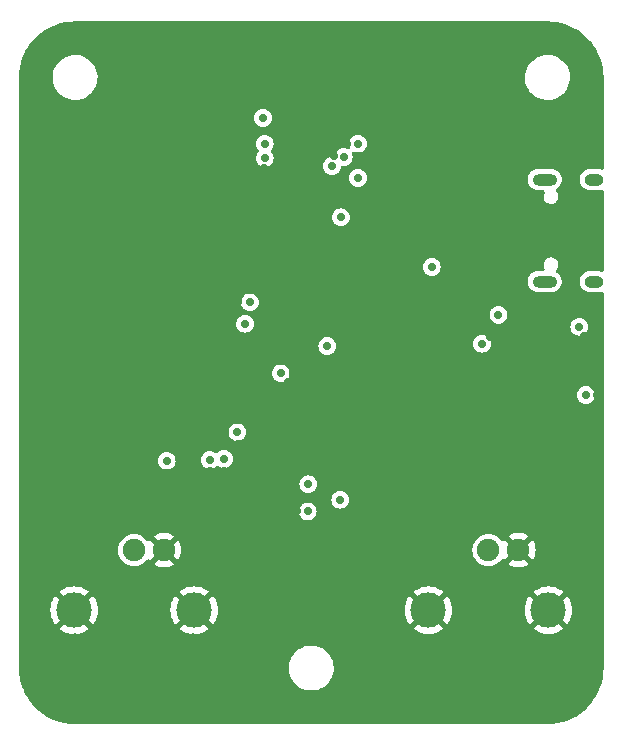
<source format=gbr>
%TF.GenerationSoftware,KiCad,Pcbnew,(7.0.0)*%
%TF.CreationDate,2023-08-19T19:02:20+01:00*%
%TF.ProjectId,Nemesis-MixSigPCB,4e656d65-7369-4732-9d4d-697853696750,rev?*%
%TF.SameCoordinates,Original*%
%TF.FileFunction,Copper,L2,Inr*%
%TF.FilePolarity,Positive*%
%FSLAX46Y46*%
G04 Gerber Fmt 4.6, Leading zero omitted, Abs format (unit mm)*
G04 Created by KiCad (PCBNEW (7.0.0)) date 2023-08-19 19:02:20*
%MOMM*%
%LPD*%
G01*
G04 APERTURE LIST*
%TA.AperFunction,ComponentPad*%
%ADD10O,1.600000X1.000000*%
%TD*%
%TA.AperFunction,ComponentPad*%
%ADD11O,2.100000X1.000000*%
%TD*%
%TA.AperFunction,ComponentPad*%
%ADD12C,1.900000*%
%TD*%
%TA.AperFunction,ComponentPad*%
%ADD13C,3.000000*%
%TD*%
%TA.AperFunction,ViaPad*%
%ADD14C,0.800000*%
%TD*%
%TA.AperFunction,ViaPad*%
%ADD15C,0.700000*%
%TD*%
G04 APERTURE END LIST*
D10*
%TO.N,unconnected-(J200-SHIELD-PadS1)*%
%TO.C,J200*%
X168939999Y-87289999D03*
D11*
X164759999Y-87289999D03*
X164759999Y-78649999D03*
D10*
X168939999Y-78649999D03*
%TD*%
D12*
%TO.N,/DAC/OUT*%
%TO.C,J400*%
X160000000Y-110020000D03*
D13*
%TO.N,GND*%
X165080000Y-115100000D03*
D12*
X162540000Y-110020000D03*
D13*
X154920000Y-115100000D03*
%TD*%
D12*
%TO.N,/ADC/IN*%
%TO.C,J300*%
X130000000Y-110020000D03*
D13*
%TO.N,GND*%
X135080000Y-115100000D03*
D12*
X132540000Y-110020000D03*
D13*
X124920000Y-115100000D03*
%TD*%
D14*
%TO.N,GND*%
X147500000Y-115000000D03*
X147500000Y-120000000D03*
X142500000Y-120000000D03*
X142500000Y-122500000D03*
X145000000Y-122500000D03*
X147500000Y-122500000D03*
X147500000Y-117500000D03*
X145000000Y-117500000D03*
X142500000Y-117500000D03*
X127500000Y-70000000D03*
X127500000Y-67500000D03*
X125000000Y-67500000D03*
X122500000Y-67500000D03*
X122500000Y-70000000D03*
X122500000Y-72500000D03*
X125000000Y-72500000D03*
X160000000Y-70000000D03*
X160000000Y-67500000D03*
X167500000Y-67500000D03*
X165000000Y-67500000D03*
X162500000Y-67500000D03*
X162500000Y-70000000D03*
X165000000Y-72500000D03*
X167500000Y-72500000D03*
X167500000Y-75000000D03*
X165000000Y-75000000D03*
X162500000Y-75000000D03*
X155000000Y-97500000D03*
X152500000Y-97500000D03*
X152500000Y-102500000D03*
X155000000Y-102500000D03*
X167500000Y-102500000D03*
X165000000Y-112500000D03*
X162500000Y-112500000D03*
X162500000Y-115000000D03*
X157500000Y-115000000D03*
X160000000Y-115000000D03*
X160000000Y-112500000D03*
X157500000Y-110000000D03*
X157500000Y-112500000D03*
X155000000Y-112500000D03*
X152500000Y-112500000D03*
X135000000Y-110000000D03*
X135000000Y-112500000D03*
X132500000Y-112500000D03*
X132500000Y-115000000D03*
X127500000Y-115000000D03*
X130000000Y-115000000D03*
X135000000Y-117500000D03*
X132500000Y-117500000D03*
X130000000Y-117500000D03*
X127500000Y-117500000D03*
X125000000Y-117500000D03*
X122500000Y-117500000D03*
X157500000Y-117500000D03*
X160000000Y-117500000D03*
X167500000Y-115000000D03*
X167500000Y-112500000D03*
X167500000Y-110000000D03*
X167500000Y-105000000D03*
X167500000Y-107500000D03*
X165000000Y-107500000D03*
X165000000Y-105000000D03*
X162500000Y-105000000D03*
X162500000Y-107500000D03*
X157500000Y-107500000D03*
X157500000Y-105000000D03*
X152500000Y-105000000D03*
X155000000Y-105000000D03*
X155000000Y-107500000D03*
X152500000Y-107500000D03*
X152500000Y-110000000D03*
X155000000Y-110000000D03*
X152500000Y-120000000D03*
X155000000Y-120000000D03*
X157500000Y-120000000D03*
X160000000Y-120000000D03*
X160000000Y-122500000D03*
X157500000Y-122500000D03*
X155000000Y-122500000D03*
X152500000Y-122500000D03*
X122500000Y-122500000D03*
X125000000Y-122500000D03*
X127500000Y-122500000D03*
X130000000Y-122500000D03*
X132500000Y-122500000D03*
X137500000Y-122500000D03*
X135000000Y-122500000D03*
X140000000Y-122500000D03*
X150000000Y-122500000D03*
X150000000Y-120000000D03*
X150000000Y-115000000D03*
X150000000Y-117500000D03*
X137500000Y-110000000D03*
X140000000Y-112500000D03*
X140000000Y-115000000D03*
X140000000Y-117500000D03*
X140000000Y-120000000D03*
X137500000Y-120000000D03*
X135000000Y-120000000D03*
X132500000Y-120000000D03*
X122500000Y-120000000D03*
X125000000Y-120000000D03*
X127500000Y-120000000D03*
X130000000Y-120000000D03*
X130000000Y-112500000D03*
X127500000Y-112500000D03*
X125000000Y-112500000D03*
X122500000Y-112500000D03*
X122500000Y-110000000D03*
X125000000Y-110000000D03*
X127500000Y-110000000D03*
X127500000Y-107500000D03*
X125000000Y-107500000D03*
X137500000Y-105000000D03*
X135000000Y-105000000D03*
X132500000Y-105000000D03*
X125000000Y-102500000D03*
X125000000Y-105000000D03*
X127500000Y-105000000D03*
X130000000Y-105000000D03*
X130000000Y-102500000D03*
X127500000Y-102500000D03*
X127500000Y-100000000D03*
X125000000Y-100000000D03*
X125000000Y-97500000D03*
X127500000Y-97500000D03*
X125000000Y-92500000D03*
X127500000Y-92500000D03*
X130000000Y-92500000D03*
X125000000Y-87500000D03*
X130000000Y-87500000D03*
X132500000Y-87500000D03*
X132500000Y-85000000D03*
X130000000Y-85000000D03*
X127500000Y-85000000D03*
X125000000Y-85000000D03*
X122500000Y-82500000D03*
X125000000Y-82500000D03*
X127500000Y-82500000D03*
X127500000Y-80000000D03*
X125000000Y-80000000D03*
X122500000Y-80000000D03*
X122500000Y-77500000D03*
X125000000Y-77500000D03*
X127500000Y-77500000D03*
X127500000Y-75000000D03*
X125000000Y-75000000D03*
X122500000Y-75000000D03*
D15*
X137600000Y-103350000D03*
X136400000Y-103350000D03*
X135600000Y-100400000D03*
X135600000Y-99500000D03*
X146850000Y-103600000D03*
X132750000Y-103500000D03*
X143000000Y-95750000D03*
X143800000Y-106750000D03*
X145400000Y-101400000D03*
X146400000Y-102400000D03*
X146400000Y-101400000D03*
%TO.N,+5V*%
X132750000Y-102450000D03*
X142400000Y-95050000D03*
%TO.N,GND*%
X158850000Y-102150000D03*
%TO.N,/ADC/IN_AA_BUF_OUT*%
X138750000Y-100050000D03*
X136400000Y-102400000D03*
%TO.N,+3.3VA*%
X147450000Y-105750000D03*
X144700000Y-106750000D03*
%TO.N,VCOM*%
X144750000Y-104450000D03*
X137600000Y-102300000D03*
%TO.N,GND*%
X168050000Y-91850000D03*
X165200000Y-100400000D03*
X139800000Y-70350000D03*
X132200000Y-66500000D03*
X142400000Y-83700000D03*
X146750000Y-85800000D03*
X128500000Y-76800000D03*
X164200000Y-102300000D03*
X159000000Y-79300000D03*
X159200000Y-96800000D03*
X147610000Y-109205000D03*
X161963924Y-83100056D03*
X127300000Y-98600000D03*
X169300000Y-75950000D03*
X140600000Y-98700000D03*
X138767278Y-101017278D03*
X134240000Y-81700000D03*
X153560000Y-104255000D03*
X137600000Y-95700000D03*
X162300000Y-79700000D03*
X134200000Y-95800000D03*
X169300000Y-90000000D03*
X156500000Y-81800000D03*
X134000000Y-94100000D03*
X147500000Y-71000000D03*
X135500000Y-75000000D03*
X143250000Y-80100000D03*
X145710000Y-113905000D03*
X151100000Y-81057787D03*
X144600000Y-74540000D03*
X160150000Y-92000000D03*
X139670000Y-108797500D03*
X150300000Y-113205000D03*
X139000000Y-78100000D03*
X166400000Y-100400000D03*
X149100000Y-109400000D03*
X134500000Y-84200000D03*
X162500000Y-89900000D03*
X132216729Y-90805838D03*
X129700000Y-66500000D03*
X143510000Y-107705000D03*
X134700000Y-66500000D03*
X141000000Y-77650000D03*
X140500000Y-90850000D03*
X161100000Y-92000000D03*
X146900000Y-76650000D03*
X157100000Y-85700000D03*
X142100000Y-103500000D03*
X154340000Y-74634127D03*
X162300000Y-86200000D03*
X150100000Y-79000000D03*
X146400000Y-100100000D03*
X169200000Y-96900000D03*
X141170000Y-111605000D03*
X141000000Y-74550000D03*
X143510000Y-109605000D03*
X148050000Y-75600000D03*
X136600000Y-95700000D03*
X130900000Y-78500000D03*
X131700000Y-81700000D03*
X161700000Y-78300000D03*
X138800000Y-89050000D03*
X150500000Y-77500000D03*
X165350000Y-95800000D03*
X136000000Y-66500000D03*
X132000000Y-75000000D03*
%TO.N,+5V*%
X155200000Y-86050000D03*
X146350000Y-92750000D03*
%TO.N,/MCU/CONN_SWDIO*%
X140900000Y-73420000D03*
X148950000Y-75600000D03*
%TO.N,SPI2_NSS*%
X160850000Y-90100000D03*
X167700000Y-91100000D03*
%TO.N,SPI1_NSS*%
X139800000Y-89050000D03*
X139400000Y-90850000D03*
%TO.N,/MCU/SWDIO*%
X148950000Y-78500000D03*
X147500000Y-81850000D03*
%TO.N,/MCU/SWCLK*%
X147750000Y-76750000D03*
X141050000Y-75600000D03*
%TO.N,/MCU/SWO*%
X141050000Y-76850000D03*
X146750000Y-77500000D03*
%TO.N,DAC_NLDAC*%
X159450000Y-92550000D03*
X168250000Y-96900000D03*
%TD*%
%TA.AperFunction,Conductor*%
%TO.N,GND*%
G36*
X165003252Y-65250642D02*
G01*
X165407450Y-65268289D01*
X165420394Y-65269421D01*
X165818306Y-65321808D01*
X165831071Y-65324059D01*
X166222909Y-65410926D01*
X166235461Y-65414290D01*
X166618221Y-65534974D01*
X166630436Y-65539420D01*
X167001214Y-65693001D01*
X167012991Y-65698492D01*
X167368985Y-65883811D01*
X167380238Y-65890308D01*
X167718713Y-66105941D01*
X167729360Y-66113396D01*
X168047768Y-66357718D01*
X168057710Y-66366062D01*
X168195185Y-66492034D01*
X168353607Y-66637201D01*
X168362798Y-66646392D01*
X168633931Y-66942281D01*
X168642287Y-66952239D01*
X168886603Y-67270639D01*
X168894058Y-67281286D01*
X169109691Y-67619761D01*
X169116191Y-67631019D01*
X169301505Y-67987005D01*
X169306998Y-67998785D01*
X169460579Y-68369563D01*
X169465025Y-68381778D01*
X169585709Y-68764538D01*
X169589073Y-68777093D01*
X169675936Y-69168906D01*
X169678193Y-69181708D01*
X169730577Y-69579604D01*
X169731710Y-69592553D01*
X169749358Y-69996748D01*
X169749500Y-70003247D01*
X169749500Y-77663624D01*
X169733260Y-77731269D01*
X169688080Y-77784168D01*
X169623809Y-77810790D01*
X169554456Y-77805331D01*
X169489323Y-77784168D01*
X169428256Y-77764326D01*
X169420487Y-77763509D01*
X169420485Y-77763509D01*
X169291071Y-77749907D01*
X169291057Y-77749906D01*
X169287192Y-77749500D01*
X168592808Y-77749500D01*
X168588943Y-77749906D01*
X168588928Y-77749907D01*
X168459514Y-77763509D01*
X168459510Y-77763509D01*
X168451744Y-77764326D01*
X168444321Y-77766737D01*
X168444311Y-77766740D01*
X168279143Y-77820407D01*
X168279136Y-77820409D01*
X168271716Y-77822821D01*
X168264961Y-77826720D01*
X168264954Y-77826724D01*
X168114547Y-77913562D01*
X168114544Y-77913563D01*
X168107784Y-77917467D01*
X168101983Y-77922689D01*
X168101979Y-77922693D01*
X167972918Y-78038900D01*
X167972912Y-78038906D01*
X167967112Y-78044129D01*
X167962525Y-78050442D01*
X167962520Y-78050448D01*
X167860437Y-78190954D01*
X167860433Y-78190959D01*
X167855849Y-78197270D01*
X167852675Y-78204398D01*
X167852672Y-78204404D01*
X167782032Y-78363062D01*
X167782029Y-78363068D01*
X167778856Y-78370197D01*
X167777233Y-78377830D01*
X167777232Y-78377835D01*
X167753033Y-78491684D01*
X167739500Y-78555354D01*
X167739500Y-78744646D01*
X167778856Y-78929803D01*
X167782031Y-78936934D01*
X167782032Y-78936937D01*
X167852375Y-79094928D01*
X167855849Y-79102730D01*
X167967112Y-79255871D01*
X168107784Y-79382533D01*
X168271716Y-79477179D01*
X168451744Y-79535674D01*
X168592808Y-79550500D01*
X169283290Y-79550500D01*
X169287192Y-79550500D01*
X169428256Y-79535674D01*
X169554455Y-79494669D01*
X169623809Y-79489210D01*
X169688080Y-79515832D01*
X169733260Y-79568731D01*
X169749500Y-79636376D01*
X169749500Y-86303624D01*
X169733260Y-86371269D01*
X169688080Y-86424168D01*
X169623809Y-86450790D01*
X169554456Y-86445331D01*
X169473267Y-86418951D01*
X169428256Y-86404326D01*
X169420487Y-86403509D01*
X169420485Y-86403509D01*
X169291071Y-86389907D01*
X169291057Y-86389906D01*
X169287192Y-86389500D01*
X168592808Y-86389500D01*
X168588943Y-86389906D01*
X168588928Y-86389907D01*
X168459514Y-86403509D01*
X168459510Y-86403509D01*
X168451744Y-86404326D01*
X168444321Y-86406737D01*
X168444311Y-86406740D01*
X168279143Y-86460407D01*
X168279136Y-86460409D01*
X168271716Y-86462821D01*
X168264961Y-86466720D01*
X168264954Y-86466724D01*
X168114547Y-86553562D01*
X168114544Y-86553563D01*
X168107784Y-86557467D01*
X168101983Y-86562689D01*
X168101979Y-86562693D01*
X167972918Y-86678900D01*
X167972912Y-86678906D01*
X167967112Y-86684129D01*
X167962525Y-86690442D01*
X167962520Y-86690448D01*
X167860437Y-86830954D01*
X167860433Y-86830959D01*
X167855849Y-86837270D01*
X167852675Y-86844398D01*
X167852672Y-86844404D01*
X167782032Y-87003062D01*
X167782029Y-87003068D01*
X167778856Y-87010197D01*
X167777233Y-87017830D01*
X167777232Y-87017835D01*
X167741124Y-87187713D01*
X167739500Y-87195354D01*
X167739500Y-87384646D01*
X167778856Y-87569803D01*
X167855849Y-87742730D01*
X167967112Y-87895871D01*
X168107784Y-88022533D01*
X168271716Y-88117179D01*
X168451744Y-88175674D01*
X168592808Y-88190500D01*
X169283290Y-88190500D01*
X169287192Y-88190500D01*
X169428256Y-88175674D01*
X169554455Y-88134669D01*
X169623809Y-88129210D01*
X169688080Y-88155832D01*
X169733260Y-88208731D01*
X169749500Y-88276376D01*
X169749500Y-119996753D01*
X169749358Y-120003252D01*
X169731710Y-120407446D01*
X169730577Y-120420395D01*
X169678193Y-120818291D01*
X169675936Y-120831093D01*
X169589073Y-121222906D01*
X169585709Y-121235461D01*
X169465025Y-121618221D01*
X169460579Y-121630436D01*
X169306998Y-122001214D01*
X169301505Y-122012994D01*
X169116191Y-122368980D01*
X169109691Y-122380238D01*
X168894058Y-122718713D01*
X168886603Y-122729360D01*
X168642287Y-123047760D01*
X168633931Y-123057718D01*
X168362798Y-123353607D01*
X168353607Y-123362798D01*
X168057718Y-123633931D01*
X168047760Y-123642287D01*
X167729360Y-123886603D01*
X167718713Y-123894058D01*
X167380238Y-124109691D01*
X167368980Y-124116191D01*
X167012994Y-124301505D01*
X167001214Y-124306998D01*
X166630436Y-124460579D01*
X166618221Y-124465025D01*
X166235461Y-124585709D01*
X166222906Y-124589073D01*
X165831093Y-124675936D01*
X165818291Y-124678193D01*
X165420395Y-124730577D01*
X165407446Y-124731710D01*
X165003252Y-124749358D01*
X164996753Y-124749500D01*
X125003247Y-124749500D01*
X124996748Y-124749358D01*
X124592553Y-124731710D01*
X124579604Y-124730577D01*
X124181708Y-124678193D01*
X124168910Y-124675936D01*
X124077615Y-124655697D01*
X123777093Y-124589073D01*
X123764538Y-124585709D01*
X123381778Y-124465025D01*
X123369563Y-124460579D01*
X122998785Y-124306998D01*
X122987005Y-124301505D01*
X122631019Y-124116191D01*
X122619761Y-124109691D01*
X122281286Y-123894058D01*
X122270639Y-123886603D01*
X121952239Y-123642287D01*
X121942287Y-123633936D01*
X121682947Y-123396295D01*
X121646392Y-123362798D01*
X121637201Y-123353607D01*
X121492034Y-123195185D01*
X121366062Y-123057710D01*
X121357718Y-123047768D01*
X121113396Y-122729360D01*
X121105941Y-122718713D01*
X120890308Y-122380238D01*
X120883808Y-122368980D01*
X120698494Y-122012994D01*
X120693001Y-122001214D01*
X120650955Y-121899707D01*
X120539420Y-121630436D01*
X120534974Y-121618221D01*
X120414290Y-121235461D01*
X120410926Y-121222906D01*
X120378891Y-121078404D01*
X120324059Y-120831071D01*
X120321808Y-120818306D01*
X120269421Y-120420394D01*
X120268289Y-120407446D01*
X120259599Y-120208416D01*
X120253538Y-120069596D01*
X143095687Y-120069596D01*
X143096280Y-120074990D01*
X143096281Y-120075002D01*
X143125517Y-120340704D01*
X143125518Y-120340712D01*
X143126114Y-120346124D01*
X143127490Y-120351387D01*
X143127492Y-120351398D01*
X143195103Y-120610010D01*
X143196480Y-120615276D01*
X143198605Y-120620278D01*
X143198607Y-120620282D01*
X143285493Y-120824742D01*
X143305284Y-120871314D01*
X143308116Y-120875955D01*
X143308119Y-120875960D01*
X143447369Y-121104130D01*
X143447372Y-121104135D01*
X143450208Y-121108781D01*
X143453690Y-121112965D01*
X143624678Y-121318430D01*
X143624682Y-121318434D01*
X143628163Y-121322617D01*
X143835357Y-121508263D01*
X144067373Y-121661763D01*
X144319267Y-121779846D01*
X144533466Y-121844289D01*
X144580450Y-121858425D01*
X144580452Y-121858425D01*
X144585669Y-121859995D01*
X144860901Y-121900500D01*
X145066740Y-121900500D01*
X145069463Y-121900500D01*
X145277455Y-121885277D01*
X145548997Y-121824788D01*
X145808838Y-121725408D01*
X146051440Y-121589253D01*
X146271632Y-121419226D01*
X146464722Y-121218951D01*
X146626593Y-120992696D01*
X146753797Y-120745283D01*
X146843621Y-120481986D01*
X146894152Y-120208416D01*
X146904313Y-119930404D01*
X146873886Y-119653876D01*
X146803520Y-119384724D01*
X146694716Y-119128686D01*
X146549792Y-118891219D01*
X146371837Y-118677383D01*
X146164643Y-118491737D01*
X146160106Y-118488735D01*
X146160103Y-118488733D01*
X146042226Y-118410747D01*
X145932627Y-118338237D01*
X145796860Y-118274592D01*
X145685666Y-118222466D01*
X145685660Y-118222463D01*
X145680733Y-118220154D01*
X145654757Y-118212339D01*
X145419549Y-118141574D01*
X145419537Y-118141571D01*
X145414331Y-118140005D01*
X145408948Y-118139212D01*
X145408940Y-118139211D01*
X145144483Y-118100292D01*
X145144478Y-118100291D01*
X145139099Y-118099500D01*
X144930537Y-118099500D01*
X144927836Y-118099697D01*
X144927827Y-118099698D01*
X144727967Y-118114326D01*
X144727964Y-118114326D01*
X144722545Y-118114723D01*
X144717237Y-118115905D01*
X144717233Y-118115906D01*
X144456320Y-118174027D01*
X144456312Y-118174029D01*
X144451003Y-118175212D01*
X144445924Y-118177154D01*
X144445919Y-118177156D01*
X144196240Y-118272649D01*
X144196230Y-118272653D01*
X144191162Y-118274592D01*
X144186427Y-118277249D01*
X144186415Y-118277255D01*
X143953313Y-118408079D01*
X143953308Y-118408082D01*
X143948560Y-118410747D01*
X143944253Y-118414072D01*
X143944248Y-118414076D01*
X143732679Y-118577444D01*
X143732669Y-118577452D01*
X143728368Y-118580774D01*
X143724589Y-118584692D01*
X143724584Y-118584698D01*
X143539061Y-118777124D01*
X143539053Y-118777133D01*
X143535278Y-118781049D01*
X143532113Y-118785472D01*
X143532107Y-118785480D01*
X143376577Y-119002872D01*
X143376572Y-119002879D01*
X143373407Y-119007304D01*
X143370921Y-119012138D01*
X143370915Y-119012149D01*
X143248694Y-119249870D01*
X143248689Y-119249881D01*
X143246203Y-119254717D01*
X143244445Y-119259867D01*
X143244444Y-119259872D01*
X143158137Y-119512858D01*
X143158133Y-119512870D01*
X143156379Y-119518014D01*
X143155390Y-119523368D01*
X143155388Y-119523376D01*
X143106836Y-119786232D01*
X143106835Y-119786239D01*
X143105848Y-119791584D01*
X143105649Y-119797009D01*
X143105649Y-119797016D01*
X143095885Y-120064163D01*
X143095885Y-120064170D01*
X143095687Y-120069596D01*
X120253538Y-120069596D01*
X120250642Y-120003252D01*
X120250500Y-119996753D01*
X120250500Y-116679812D01*
X123697680Y-116679812D01*
X123706261Y-116689716D01*
X123831688Y-116783610D01*
X123840634Y-116789359D01*
X124082373Y-116921358D01*
X124092039Y-116925772D01*
X124350109Y-117022027D01*
X124360293Y-117025018D01*
X124629441Y-117083568D01*
X124639955Y-117085079D01*
X124914687Y-117104729D01*
X124925313Y-117104729D01*
X125200044Y-117085079D01*
X125210558Y-117083568D01*
X125479706Y-117025018D01*
X125489890Y-117022027D01*
X125747960Y-116925772D01*
X125757626Y-116921358D01*
X125999365Y-116789359D01*
X126008311Y-116783610D01*
X126133737Y-116689716D01*
X126142318Y-116679812D01*
X133857680Y-116679812D01*
X133866261Y-116689716D01*
X133991688Y-116783610D01*
X134000634Y-116789359D01*
X134242373Y-116921358D01*
X134252039Y-116925772D01*
X134510109Y-117022027D01*
X134520293Y-117025018D01*
X134789441Y-117083568D01*
X134799955Y-117085079D01*
X135074687Y-117104729D01*
X135085313Y-117104729D01*
X135360044Y-117085079D01*
X135370558Y-117083568D01*
X135639706Y-117025018D01*
X135649890Y-117022027D01*
X135907960Y-116925772D01*
X135917626Y-116921358D01*
X136159365Y-116789359D01*
X136168311Y-116783610D01*
X136293737Y-116689716D01*
X136302318Y-116679812D01*
X153697680Y-116679812D01*
X153706261Y-116689716D01*
X153831688Y-116783610D01*
X153840634Y-116789359D01*
X154082373Y-116921358D01*
X154092039Y-116925772D01*
X154350109Y-117022027D01*
X154360293Y-117025018D01*
X154629441Y-117083568D01*
X154639955Y-117085079D01*
X154914687Y-117104729D01*
X154925313Y-117104729D01*
X155200044Y-117085079D01*
X155210558Y-117083568D01*
X155479706Y-117025018D01*
X155489890Y-117022027D01*
X155747960Y-116925772D01*
X155757626Y-116921358D01*
X155999365Y-116789359D01*
X156008311Y-116783610D01*
X156133737Y-116689716D01*
X156142318Y-116679812D01*
X163857680Y-116679812D01*
X163866261Y-116689716D01*
X163991688Y-116783610D01*
X164000634Y-116789359D01*
X164242373Y-116921358D01*
X164252039Y-116925772D01*
X164510109Y-117022027D01*
X164520293Y-117025018D01*
X164789441Y-117083568D01*
X164799955Y-117085079D01*
X165074687Y-117104729D01*
X165085313Y-117104729D01*
X165360044Y-117085079D01*
X165370558Y-117083568D01*
X165639706Y-117025018D01*
X165649890Y-117022027D01*
X165907960Y-116925772D01*
X165917626Y-116921358D01*
X166159365Y-116789359D01*
X166168311Y-116783610D01*
X166293737Y-116689716D01*
X166302318Y-116679812D01*
X166295233Y-116668787D01*
X165090376Y-115463929D01*
X165080000Y-115456996D01*
X165069623Y-115463929D01*
X163864765Y-116668787D01*
X163857680Y-116679812D01*
X156142318Y-116679812D01*
X156135233Y-116668787D01*
X154930376Y-115463929D01*
X154920000Y-115456996D01*
X154909623Y-115463929D01*
X153704765Y-116668787D01*
X153697680Y-116679812D01*
X136302318Y-116679812D01*
X136295233Y-116668787D01*
X135090376Y-115463929D01*
X135080000Y-115456996D01*
X135069623Y-115463929D01*
X133864765Y-116668787D01*
X133857680Y-116679812D01*
X126142318Y-116679812D01*
X126135233Y-116668787D01*
X124930376Y-115463929D01*
X124920000Y-115456996D01*
X124909623Y-115463929D01*
X123704765Y-116668787D01*
X123697680Y-116679812D01*
X120250500Y-116679812D01*
X120250500Y-115105313D01*
X122915271Y-115105313D01*
X122934920Y-115380044D01*
X122936431Y-115390558D01*
X122994981Y-115659706D01*
X122997972Y-115669890D01*
X123094227Y-115927960D01*
X123098641Y-115937626D01*
X123230640Y-116179365D01*
X123236389Y-116188311D01*
X123330282Y-116313737D01*
X123340186Y-116322319D01*
X123351211Y-116315233D01*
X124556069Y-115110376D01*
X124563002Y-115100000D01*
X124563001Y-115099999D01*
X125276996Y-115099999D01*
X125283929Y-115110376D01*
X126488787Y-116315233D01*
X126499812Y-116322318D01*
X126509716Y-116313737D01*
X126603610Y-116188311D01*
X126609359Y-116179365D01*
X126741358Y-115937626D01*
X126745772Y-115927960D01*
X126842027Y-115669890D01*
X126845018Y-115659706D01*
X126903568Y-115390558D01*
X126905079Y-115380044D01*
X126924729Y-115105313D01*
X133075271Y-115105313D01*
X133094920Y-115380044D01*
X133096431Y-115390558D01*
X133154981Y-115659706D01*
X133157972Y-115669890D01*
X133254227Y-115927960D01*
X133258641Y-115937626D01*
X133390640Y-116179365D01*
X133396389Y-116188311D01*
X133490282Y-116313737D01*
X133500186Y-116322319D01*
X133511211Y-116315233D01*
X134716069Y-115110376D01*
X134723002Y-115100000D01*
X134723001Y-115099999D01*
X135436996Y-115099999D01*
X135443929Y-115110376D01*
X136648787Y-116315233D01*
X136659812Y-116322318D01*
X136669716Y-116313737D01*
X136763610Y-116188311D01*
X136769359Y-116179365D01*
X136901358Y-115937626D01*
X136905772Y-115927960D01*
X137002027Y-115669890D01*
X137005018Y-115659706D01*
X137063568Y-115390558D01*
X137065079Y-115380044D01*
X137084729Y-115105313D01*
X152915271Y-115105313D01*
X152934920Y-115380044D01*
X152936431Y-115390558D01*
X152994981Y-115659706D01*
X152997972Y-115669890D01*
X153094227Y-115927960D01*
X153098641Y-115937626D01*
X153230640Y-116179365D01*
X153236389Y-116188311D01*
X153330282Y-116313737D01*
X153340186Y-116322318D01*
X153351211Y-116315233D01*
X154556069Y-115110375D01*
X154563002Y-115099999D01*
X155276996Y-115099999D01*
X155283929Y-115110376D01*
X156488787Y-116315233D01*
X156499812Y-116322318D01*
X156509716Y-116313737D01*
X156603610Y-116188311D01*
X156609359Y-116179365D01*
X156741358Y-115937626D01*
X156745772Y-115927960D01*
X156842027Y-115669890D01*
X156845018Y-115659706D01*
X156903568Y-115390558D01*
X156905079Y-115380044D01*
X156924729Y-115105313D01*
X163075271Y-115105313D01*
X163094920Y-115380044D01*
X163096431Y-115390558D01*
X163154981Y-115659706D01*
X163157972Y-115669890D01*
X163254227Y-115927960D01*
X163258641Y-115937626D01*
X163390640Y-116179365D01*
X163396389Y-116188311D01*
X163490282Y-116313737D01*
X163500186Y-116322318D01*
X163511211Y-116315233D01*
X164716069Y-115110375D01*
X164723002Y-115099999D01*
X165436996Y-115099999D01*
X165443929Y-115110376D01*
X166648787Y-116315233D01*
X166659812Y-116322318D01*
X166669716Y-116313737D01*
X166763610Y-116188311D01*
X166769359Y-116179365D01*
X166901358Y-115937626D01*
X166905772Y-115927960D01*
X167002027Y-115669890D01*
X167005018Y-115659706D01*
X167063568Y-115390558D01*
X167065079Y-115380044D01*
X167084729Y-115105313D01*
X167084729Y-115094687D01*
X167065079Y-114819955D01*
X167063568Y-114809441D01*
X167005018Y-114540293D01*
X167002027Y-114530109D01*
X166905772Y-114272039D01*
X166901358Y-114262373D01*
X166769359Y-114020634D01*
X166763610Y-114011688D01*
X166669716Y-113886261D01*
X166659812Y-113877680D01*
X166648787Y-113884765D01*
X165443929Y-115089623D01*
X165436996Y-115099999D01*
X164723002Y-115099999D01*
X164716069Y-115089622D01*
X163511211Y-113884765D01*
X163500186Y-113877679D01*
X163490282Y-113886261D01*
X163396385Y-114011693D01*
X163390642Y-114020630D01*
X163258641Y-114262373D01*
X163254227Y-114272039D01*
X163157972Y-114530109D01*
X163154981Y-114540293D01*
X163096431Y-114809441D01*
X163094920Y-114819955D01*
X163075271Y-115094687D01*
X163075271Y-115105313D01*
X156924729Y-115105313D01*
X156924729Y-115094687D01*
X156905079Y-114819955D01*
X156903568Y-114809441D01*
X156845018Y-114540293D01*
X156842027Y-114530109D01*
X156745772Y-114272039D01*
X156741358Y-114262373D01*
X156609359Y-114020634D01*
X156603610Y-114011688D01*
X156509716Y-113886261D01*
X156499812Y-113877680D01*
X156488787Y-113884765D01*
X155283929Y-115089623D01*
X155276996Y-115099999D01*
X154563002Y-115099999D01*
X154556069Y-115089622D01*
X153351211Y-113884765D01*
X153340186Y-113877679D01*
X153330282Y-113886261D01*
X153236385Y-114011693D01*
X153230642Y-114020630D01*
X153098641Y-114262373D01*
X153094227Y-114272039D01*
X152997972Y-114530109D01*
X152994981Y-114540293D01*
X152936431Y-114809441D01*
X152934920Y-114819955D01*
X152915271Y-115094687D01*
X152915271Y-115105313D01*
X137084729Y-115105313D01*
X137084729Y-115094687D01*
X137065079Y-114819955D01*
X137063568Y-114809441D01*
X137005018Y-114540293D01*
X137002027Y-114530109D01*
X136905772Y-114272039D01*
X136901358Y-114262373D01*
X136769359Y-114020634D01*
X136763610Y-114011688D01*
X136669716Y-113886261D01*
X136659812Y-113877680D01*
X136648787Y-113884765D01*
X135443929Y-115089623D01*
X135436996Y-115099999D01*
X134723001Y-115099999D01*
X134716069Y-115089623D01*
X133511211Y-113884765D01*
X133500186Y-113877679D01*
X133490282Y-113886261D01*
X133396385Y-114011693D01*
X133390642Y-114020630D01*
X133258641Y-114262373D01*
X133254227Y-114272039D01*
X133157972Y-114530109D01*
X133154981Y-114540293D01*
X133096431Y-114809441D01*
X133094920Y-114819955D01*
X133075271Y-115094687D01*
X133075271Y-115105313D01*
X126924729Y-115105313D01*
X126924729Y-115094687D01*
X126905079Y-114819955D01*
X126903568Y-114809441D01*
X126845018Y-114540293D01*
X126842027Y-114530109D01*
X126745772Y-114272039D01*
X126741358Y-114262373D01*
X126609359Y-114020634D01*
X126603610Y-114011688D01*
X126509716Y-113886261D01*
X126499812Y-113877680D01*
X126488787Y-113884765D01*
X125283929Y-115089623D01*
X125276996Y-115099999D01*
X124563001Y-115099999D01*
X124556069Y-115089623D01*
X123351211Y-113884765D01*
X123340186Y-113877679D01*
X123330282Y-113886261D01*
X123236385Y-114011693D01*
X123230642Y-114020630D01*
X123098641Y-114262373D01*
X123094227Y-114272039D01*
X122997972Y-114530109D01*
X122994981Y-114540293D01*
X122936431Y-114809441D01*
X122934920Y-114819955D01*
X122915271Y-115094687D01*
X122915271Y-115105313D01*
X120250500Y-115105313D01*
X120250500Y-113520186D01*
X123697679Y-113520186D01*
X123704765Y-113531211D01*
X124909623Y-114736069D01*
X124920000Y-114743002D01*
X124930376Y-114736069D01*
X126135233Y-113531211D01*
X126142319Y-113520186D01*
X133857679Y-113520186D01*
X133864765Y-113531211D01*
X135069623Y-114736069D01*
X135080000Y-114743002D01*
X135090376Y-114736069D01*
X136295233Y-113531211D01*
X136302319Y-113520186D01*
X153697679Y-113520186D01*
X153704765Y-113531211D01*
X154909623Y-114736069D01*
X154920000Y-114743002D01*
X154930376Y-114736069D01*
X156135233Y-113531211D01*
X156142319Y-113520186D01*
X163857679Y-113520186D01*
X163864765Y-113531211D01*
X165069623Y-114736069D01*
X165080000Y-114743002D01*
X165090376Y-114736069D01*
X166295233Y-113531211D01*
X166302319Y-113520186D01*
X166293737Y-113510282D01*
X166168311Y-113416389D01*
X166159365Y-113410640D01*
X165917626Y-113278641D01*
X165907960Y-113274227D01*
X165649890Y-113177972D01*
X165639706Y-113174981D01*
X165370558Y-113116431D01*
X165360044Y-113114920D01*
X165085313Y-113095271D01*
X165074687Y-113095271D01*
X164799955Y-113114920D01*
X164789441Y-113116431D01*
X164520293Y-113174981D01*
X164510109Y-113177972D01*
X164252039Y-113274227D01*
X164242373Y-113278641D01*
X164000630Y-113410642D01*
X163991693Y-113416385D01*
X163866261Y-113510282D01*
X163857679Y-113520186D01*
X156142319Y-113520186D01*
X156133737Y-113510282D01*
X156008311Y-113416389D01*
X155999365Y-113410640D01*
X155757626Y-113278641D01*
X155747960Y-113274227D01*
X155489890Y-113177972D01*
X155479706Y-113174981D01*
X155210558Y-113116431D01*
X155200044Y-113114920D01*
X154925313Y-113095271D01*
X154914687Y-113095271D01*
X154639955Y-113114920D01*
X154629441Y-113116431D01*
X154360293Y-113174981D01*
X154350109Y-113177972D01*
X154092039Y-113274227D01*
X154082373Y-113278641D01*
X153840630Y-113410642D01*
X153831693Y-113416385D01*
X153706261Y-113510282D01*
X153697679Y-113520186D01*
X136302319Y-113520186D01*
X136293737Y-113510282D01*
X136168311Y-113416389D01*
X136159365Y-113410640D01*
X135917626Y-113278641D01*
X135907960Y-113274227D01*
X135649890Y-113177972D01*
X135639706Y-113174981D01*
X135370558Y-113116431D01*
X135360044Y-113114920D01*
X135085313Y-113095271D01*
X135074687Y-113095271D01*
X134799955Y-113114920D01*
X134789441Y-113116431D01*
X134520293Y-113174981D01*
X134510109Y-113177972D01*
X134252039Y-113274227D01*
X134242373Y-113278641D01*
X134000630Y-113410642D01*
X133991693Y-113416385D01*
X133866261Y-113510282D01*
X133857679Y-113520186D01*
X126142319Y-113520186D01*
X126133737Y-113510282D01*
X126008311Y-113416389D01*
X125999365Y-113410640D01*
X125757626Y-113278641D01*
X125747960Y-113274227D01*
X125489890Y-113177972D01*
X125479706Y-113174981D01*
X125210558Y-113116431D01*
X125200044Y-113114920D01*
X124925313Y-113095271D01*
X124914687Y-113095271D01*
X124639955Y-113114920D01*
X124629441Y-113116431D01*
X124360293Y-113174981D01*
X124350109Y-113177972D01*
X124092039Y-113274227D01*
X124082373Y-113278641D01*
X123840630Y-113410642D01*
X123831693Y-113416385D01*
X123706261Y-113510282D01*
X123697679Y-113520186D01*
X120250500Y-113520186D01*
X120250500Y-110020000D01*
X128644341Y-110020000D01*
X128664937Y-110255408D01*
X128726097Y-110483663D01*
X128825965Y-110697830D01*
X128829698Y-110703161D01*
X128957775Y-110886075D01*
X128957779Y-110886079D01*
X128961505Y-110891401D01*
X129128599Y-111058495D01*
X129133921Y-111062221D01*
X129133924Y-111062224D01*
X129215154Y-111119101D01*
X129322170Y-111194035D01*
X129536337Y-111293903D01*
X129764592Y-111355063D01*
X130000000Y-111375659D01*
X130235408Y-111355063D01*
X130463663Y-111293903D01*
X130648476Y-111207723D01*
X131709703Y-111207723D01*
X131718074Y-111217710D01*
X131739342Y-111234264D01*
X131749627Y-111240984D01*
X131950124Y-111349487D01*
X131961378Y-111354424D01*
X132176993Y-111428444D01*
X132188908Y-111431461D01*
X132413775Y-111468986D01*
X132426010Y-111470000D01*
X132653990Y-111470000D01*
X132666224Y-111468986D01*
X132891091Y-111431461D01*
X132903006Y-111428444D01*
X133118621Y-111354424D01*
X133129875Y-111349487D01*
X133330370Y-111240985D01*
X133340660Y-111234262D01*
X133361923Y-111217711D01*
X133370294Y-111207722D01*
X133363226Y-111196780D01*
X132550376Y-110383929D01*
X132539999Y-110376996D01*
X132529623Y-110383929D01*
X131716772Y-111196780D01*
X131709703Y-111207723D01*
X130648476Y-111207723D01*
X130677830Y-111194035D01*
X130871401Y-111058495D01*
X131038495Y-110891401D01*
X131087426Y-110821519D01*
X131141743Y-110774269D01*
X131211874Y-110758001D01*
X131281446Y-110776514D01*
X131334217Y-110825486D01*
X131343594Y-110839839D01*
X131353169Y-110849121D01*
X131364439Y-110842005D01*
X132176069Y-110030376D01*
X132183002Y-110020000D01*
X132896996Y-110020000D01*
X132903929Y-110030376D01*
X133715559Y-110842005D01*
X133726829Y-110849121D01*
X133736403Y-110839840D01*
X133816232Y-110717654D01*
X133822084Y-110706840D01*
X133913660Y-110498069D01*
X133917646Y-110486457D01*
X133973613Y-110265448D01*
X133975633Y-110253341D01*
X133994460Y-110026143D01*
X133994460Y-110020000D01*
X158644341Y-110020000D01*
X158664937Y-110255408D01*
X158726097Y-110483663D01*
X158825965Y-110697830D01*
X158829698Y-110703161D01*
X158957775Y-110886075D01*
X158957779Y-110886079D01*
X158961505Y-110891401D01*
X159128599Y-111058495D01*
X159133921Y-111062221D01*
X159133924Y-111062224D01*
X159215154Y-111119101D01*
X159322170Y-111194035D01*
X159536337Y-111293903D01*
X159764592Y-111355063D01*
X160000000Y-111375659D01*
X160235408Y-111355063D01*
X160463663Y-111293903D01*
X160648476Y-111207723D01*
X161709703Y-111207723D01*
X161718074Y-111217710D01*
X161739342Y-111234264D01*
X161749627Y-111240984D01*
X161950124Y-111349487D01*
X161961378Y-111354424D01*
X162176993Y-111428444D01*
X162188908Y-111431461D01*
X162413775Y-111468986D01*
X162426010Y-111470000D01*
X162653990Y-111470000D01*
X162666224Y-111468986D01*
X162891091Y-111431461D01*
X162903006Y-111428444D01*
X163118621Y-111354424D01*
X163129875Y-111349487D01*
X163330370Y-111240985D01*
X163340660Y-111234262D01*
X163361923Y-111217711D01*
X163370294Y-111207722D01*
X163363226Y-111196780D01*
X162550376Y-110383929D01*
X162539999Y-110376996D01*
X162529623Y-110383929D01*
X161716772Y-111196780D01*
X161709703Y-111207723D01*
X160648476Y-111207723D01*
X160677830Y-111194035D01*
X160871401Y-111058495D01*
X161038495Y-110891401D01*
X161087426Y-110821519D01*
X161141743Y-110774269D01*
X161211874Y-110758001D01*
X161281446Y-110776514D01*
X161334217Y-110825486D01*
X161343594Y-110839839D01*
X161353169Y-110849121D01*
X161364439Y-110842005D01*
X162176069Y-110030376D01*
X162183002Y-110020000D01*
X162896996Y-110020000D01*
X162903929Y-110030376D01*
X163715559Y-110842005D01*
X163726829Y-110849121D01*
X163736403Y-110839840D01*
X163816232Y-110717654D01*
X163822084Y-110706840D01*
X163913660Y-110498069D01*
X163917646Y-110486457D01*
X163973613Y-110265448D01*
X163975633Y-110253341D01*
X163994460Y-110026143D01*
X163994460Y-110013857D01*
X163975633Y-109786658D01*
X163973613Y-109774551D01*
X163917646Y-109553542D01*
X163913660Y-109541930D01*
X163822083Y-109333157D01*
X163816234Y-109322349D01*
X163736403Y-109200158D01*
X163726829Y-109190877D01*
X163715559Y-109197993D01*
X162903929Y-110009623D01*
X162896996Y-110020000D01*
X162183002Y-110020000D01*
X162176069Y-110009623D01*
X161364439Y-109197993D01*
X161353169Y-109190877D01*
X161343594Y-109200159D01*
X161334217Y-109214513D01*
X161281446Y-109263485D01*
X161211874Y-109281998D01*
X161141744Y-109265730D01*
X161087426Y-109218480D01*
X161042224Y-109153924D01*
X161042221Y-109153921D01*
X161038495Y-109148599D01*
X160871401Y-108981505D01*
X160866079Y-108977779D01*
X160866075Y-108977775D01*
X160683161Y-108849698D01*
X160683162Y-108849698D01*
X160677830Y-108845965D01*
X160671931Y-108843214D01*
X160671929Y-108843213D01*
X160648472Y-108832275D01*
X161709704Y-108832275D01*
X161716774Y-108843220D01*
X162529623Y-109656069D01*
X162540000Y-109663002D01*
X162550376Y-109656069D01*
X163363226Y-108843218D01*
X163370295Y-108832275D01*
X163361924Y-108822288D01*
X163340657Y-108805735D01*
X163330372Y-108799015D01*
X163129875Y-108690512D01*
X163118621Y-108685575D01*
X162903006Y-108611555D01*
X162891091Y-108608538D01*
X162666224Y-108571013D01*
X162653990Y-108570000D01*
X162426010Y-108570000D01*
X162413775Y-108571013D01*
X162188908Y-108608538D01*
X162176993Y-108611555D01*
X161961378Y-108685575D01*
X161950124Y-108690512D01*
X161749624Y-108799017D01*
X161739345Y-108805732D01*
X161718074Y-108822289D01*
X161709704Y-108832275D01*
X160648472Y-108832275D01*
X160469556Y-108748845D01*
X160463663Y-108746097D01*
X160457378Y-108744413D01*
X160241686Y-108686619D01*
X160241684Y-108686618D01*
X160235408Y-108684937D01*
X160228936Y-108684370D01*
X160228932Y-108684370D01*
X160006481Y-108664908D01*
X160000000Y-108664341D01*
X159993519Y-108664908D01*
X159771067Y-108684370D01*
X159771061Y-108684370D01*
X159764592Y-108684937D01*
X159758317Y-108686618D01*
X159758313Y-108686619D01*
X159542619Y-108744413D01*
X159542611Y-108744415D01*
X159536337Y-108746097D01*
X159530457Y-108748838D01*
X159530443Y-108748844D01*
X159328059Y-108843218D01*
X159328046Y-108843225D01*
X159322171Y-108845965D01*
X159316854Y-108849687D01*
X159316847Y-108849692D01*
X159133924Y-108977775D01*
X159133913Y-108977783D01*
X159128599Y-108981505D01*
X159124006Y-108986097D01*
X159124000Y-108986103D01*
X158966103Y-109144000D01*
X158966097Y-109144006D01*
X158961505Y-109148599D01*
X158957783Y-109153913D01*
X158957775Y-109153924D01*
X158829692Y-109336847D01*
X158829687Y-109336854D01*
X158825965Y-109342171D01*
X158823225Y-109348046D01*
X158823218Y-109348059D01*
X158728844Y-109550443D01*
X158728838Y-109550457D01*
X158726097Y-109556337D01*
X158724415Y-109562611D01*
X158724413Y-109562619D01*
X158667627Y-109774551D01*
X158664937Y-109784592D01*
X158644341Y-110020000D01*
X133994460Y-110020000D01*
X133994460Y-110013857D01*
X133975633Y-109786658D01*
X133973613Y-109774551D01*
X133917646Y-109553542D01*
X133913660Y-109541930D01*
X133822083Y-109333157D01*
X133816234Y-109322349D01*
X133736403Y-109200158D01*
X133726829Y-109190877D01*
X133715559Y-109197993D01*
X132903929Y-110009623D01*
X132896996Y-110020000D01*
X132183002Y-110020000D01*
X132176069Y-110009623D01*
X131364439Y-109197993D01*
X131353169Y-109190877D01*
X131343594Y-109200159D01*
X131334217Y-109214513D01*
X131281446Y-109263485D01*
X131211874Y-109281998D01*
X131141744Y-109265730D01*
X131087426Y-109218480D01*
X131042224Y-109153924D01*
X131042221Y-109153921D01*
X131038495Y-109148599D01*
X130871401Y-108981505D01*
X130866079Y-108977779D01*
X130866075Y-108977775D01*
X130683161Y-108849698D01*
X130683162Y-108849698D01*
X130677830Y-108845965D01*
X130671931Y-108843214D01*
X130671929Y-108843213D01*
X130648472Y-108832275D01*
X131709704Y-108832275D01*
X131716774Y-108843220D01*
X132529622Y-109656069D01*
X132539999Y-109663002D01*
X132550375Y-109656069D01*
X133363226Y-108843218D01*
X133370295Y-108832275D01*
X133361924Y-108822288D01*
X133340657Y-108805735D01*
X133330372Y-108799015D01*
X133129875Y-108690512D01*
X133118621Y-108685575D01*
X132903006Y-108611555D01*
X132891091Y-108608538D01*
X132666224Y-108571013D01*
X132653990Y-108570000D01*
X132426010Y-108570000D01*
X132413775Y-108571013D01*
X132188908Y-108608538D01*
X132176993Y-108611555D01*
X131961378Y-108685575D01*
X131950124Y-108690512D01*
X131749624Y-108799017D01*
X131739345Y-108805732D01*
X131718074Y-108822289D01*
X131709704Y-108832275D01*
X130648472Y-108832275D01*
X130469556Y-108748845D01*
X130463663Y-108746097D01*
X130457378Y-108744413D01*
X130241686Y-108686619D01*
X130241684Y-108686618D01*
X130235408Y-108684937D01*
X130228936Y-108684370D01*
X130228932Y-108684370D01*
X130006481Y-108664908D01*
X130000000Y-108664341D01*
X129993519Y-108664908D01*
X129771067Y-108684370D01*
X129771061Y-108684370D01*
X129764592Y-108684937D01*
X129758317Y-108686618D01*
X129758313Y-108686619D01*
X129542619Y-108744413D01*
X129542611Y-108744415D01*
X129536337Y-108746097D01*
X129530457Y-108748838D01*
X129530443Y-108748844D01*
X129328059Y-108843218D01*
X129328046Y-108843225D01*
X129322171Y-108845965D01*
X129316854Y-108849687D01*
X129316847Y-108849692D01*
X129133924Y-108977775D01*
X129133913Y-108977783D01*
X129128599Y-108981505D01*
X129124006Y-108986097D01*
X129124000Y-108986103D01*
X128966103Y-109144000D01*
X128966097Y-109144006D01*
X128961505Y-109148599D01*
X128957783Y-109153913D01*
X128957775Y-109153924D01*
X128829692Y-109336847D01*
X128829687Y-109336854D01*
X128825965Y-109342171D01*
X128823225Y-109348046D01*
X128823218Y-109348059D01*
X128728844Y-109550443D01*
X128728838Y-109550457D01*
X128726097Y-109556337D01*
X128724415Y-109562611D01*
X128724413Y-109562619D01*
X128667627Y-109774551D01*
X128664937Y-109784592D01*
X128644341Y-110020000D01*
X120250500Y-110020000D01*
X120250500Y-106750000D01*
X143944751Y-106750000D01*
X143945688Y-106758316D01*
X143962749Y-106909740D01*
X143962750Y-106909745D01*
X143963687Y-106918059D01*
X143966451Y-106925958D01*
X144016779Y-107069790D01*
X144016781Y-107069795D01*
X144019544Y-107077690D01*
X144109523Y-107220890D01*
X144229110Y-107340477D01*
X144372310Y-107430456D01*
X144531941Y-107486313D01*
X144700000Y-107505249D01*
X144868059Y-107486313D01*
X145027690Y-107430456D01*
X145170890Y-107340477D01*
X145290477Y-107220890D01*
X145380456Y-107077690D01*
X145436313Y-106918059D01*
X145455249Y-106750000D01*
X145436313Y-106581941D01*
X145380456Y-106422310D01*
X145290477Y-106279110D01*
X145170890Y-106159523D01*
X145027690Y-106069544D01*
X145019795Y-106066781D01*
X145019790Y-106066779D01*
X144875958Y-106016451D01*
X144868059Y-106013687D01*
X144859745Y-106012750D01*
X144859740Y-106012749D01*
X144708316Y-105995688D01*
X144700000Y-105994751D01*
X144691684Y-105995688D01*
X144540259Y-106012749D01*
X144540252Y-106012750D01*
X144531941Y-106013687D01*
X144524043Y-106016450D01*
X144524041Y-106016451D01*
X144380209Y-106066779D01*
X144380201Y-106066782D01*
X144372310Y-106069544D01*
X144365227Y-106073994D01*
X144365224Y-106073996D01*
X144236194Y-106155071D01*
X144236189Y-106155074D01*
X144229110Y-106159523D01*
X144223197Y-106165435D01*
X144223193Y-106165439D01*
X144115439Y-106273193D01*
X144115435Y-106273197D01*
X144109523Y-106279110D01*
X144105074Y-106286189D01*
X144105071Y-106286194D01*
X144023996Y-106415224D01*
X144019544Y-106422310D01*
X144016782Y-106430201D01*
X144016779Y-106430209D01*
X143966451Y-106574041D01*
X143963687Y-106581941D01*
X143962750Y-106590252D01*
X143962749Y-106590259D01*
X143945688Y-106741684D01*
X143944751Y-106750000D01*
X120250500Y-106750000D01*
X120250500Y-105750000D01*
X146694751Y-105750000D01*
X146695688Y-105758316D01*
X146712749Y-105909740D01*
X146712750Y-105909745D01*
X146713687Y-105918059D01*
X146716451Y-105925958D01*
X146766779Y-106069790D01*
X146766781Y-106069795D01*
X146769544Y-106077690D01*
X146859523Y-106220890D01*
X146979110Y-106340477D01*
X147122310Y-106430456D01*
X147281941Y-106486313D01*
X147450000Y-106505249D01*
X147618059Y-106486313D01*
X147777690Y-106430456D01*
X147920890Y-106340477D01*
X148040477Y-106220890D01*
X148130456Y-106077690D01*
X148186313Y-105918059D01*
X148205249Y-105750000D01*
X148186313Y-105581941D01*
X148130456Y-105422310D01*
X148040477Y-105279110D01*
X147920890Y-105159523D01*
X147777690Y-105069544D01*
X147769795Y-105066781D01*
X147769790Y-105066779D01*
X147625958Y-105016451D01*
X147618059Y-105013687D01*
X147609745Y-105012750D01*
X147609740Y-105012749D01*
X147458316Y-104995688D01*
X147450000Y-104994751D01*
X147441684Y-104995688D01*
X147290259Y-105012749D01*
X147290252Y-105012750D01*
X147281941Y-105013687D01*
X147274043Y-105016450D01*
X147274041Y-105016451D01*
X147130209Y-105066779D01*
X147130201Y-105066782D01*
X147122310Y-105069544D01*
X147115227Y-105073994D01*
X147115224Y-105073996D01*
X146986194Y-105155071D01*
X146986189Y-105155074D01*
X146979110Y-105159523D01*
X146973197Y-105165435D01*
X146973193Y-105165439D01*
X146865439Y-105273193D01*
X146865435Y-105273197D01*
X146859523Y-105279110D01*
X146855074Y-105286189D01*
X146855071Y-105286194D01*
X146773996Y-105415224D01*
X146769544Y-105422310D01*
X146766782Y-105430201D01*
X146766779Y-105430209D01*
X146716451Y-105574041D01*
X146713687Y-105581941D01*
X146712750Y-105590252D01*
X146712749Y-105590259D01*
X146695688Y-105741684D01*
X146694751Y-105750000D01*
X120250500Y-105750000D01*
X120250500Y-104450000D01*
X143994751Y-104450000D01*
X143995688Y-104458316D01*
X144012749Y-104609740D01*
X144012750Y-104609745D01*
X144013687Y-104618059D01*
X144016451Y-104625958D01*
X144066779Y-104769790D01*
X144066781Y-104769795D01*
X144069544Y-104777690D01*
X144159523Y-104920890D01*
X144279110Y-105040477D01*
X144422310Y-105130456D01*
X144581941Y-105186313D01*
X144750000Y-105205249D01*
X144918059Y-105186313D01*
X145077690Y-105130456D01*
X145220890Y-105040477D01*
X145340477Y-104920890D01*
X145430456Y-104777690D01*
X145486313Y-104618059D01*
X145505249Y-104450000D01*
X145486313Y-104281941D01*
X145430456Y-104122310D01*
X145340477Y-103979110D01*
X145220890Y-103859523D01*
X145077690Y-103769544D01*
X145069795Y-103766781D01*
X145069790Y-103766779D01*
X144925958Y-103716451D01*
X144918059Y-103713687D01*
X144909745Y-103712750D01*
X144909740Y-103712749D01*
X144758316Y-103695688D01*
X144750000Y-103694751D01*
X144741684Y-103695688D01*
X144590259Y-103712749D01*
X144590252Y-103712750D01*
X144581941Y-103713687D01*
X144574043Y-103716450D01*
X144574041Y-103716451D01*
X144430209Y-103766779D01*
X144430201Y-103766782D01*
X144422310Y-103769544D01*
X144415227Y-103773994D01*
X144415224Y-103773996D01*
X144286194Y-103855071D01*
X144286189Y-103855074D01*
X144279110Y-103859523D01*
X144273197Y-103865435D01*
X144273193Y-103865439D01*
X144165439Y-103973193D01*
X144165435Y-103973197D01*
X144159523Y-103979110D01*
X144155074Y-103986189D01*
X144155071Y-103986194D01*
X144073996Y-104115224D01*
X144069544Y-104122310D01*
X144066782Y-104130201D01*
X144066779Y-104130209D01*
X144016451Y-104274041D01*
X144013687Y-104281941D01*
X144012750Y-104290252D01*
X144012749Y-104290259D01*
X143995688Y-104441684D01*
X143994751Y-104450000D01*
X120250500Y-104450000D01*
X120250500Y-102450000D01*
X131994751Y-102450000D01*
X131995688Y-102458316D01*
X132012749Y-102609740D01*
X132012750Y-102609745D01*
X132013687Y-102618059D01*
X132016451Y-102625958D01*
X132066779Y-102769790D01*
X132066781Y-102769795D01*
X132069544Y-102777690D01*
X132159523Y-102920890D01*
X132279110Y-103040477D01*
X132422310Y-103130456D01*
X132581941Y-103186313D01*
X132750000Y-103205249D01*
X132918059Y-103186313D01*
X133077690Y-103130456D01*
X133220890Y-103040477D01*
X133340477Y-102920890D01*
X133430456Y-102777690D01*
X133486313Y-102618059D01*
X133505249Y-102450000D01*
X133499615Y-102400000D01*
X135644751Y-102400000D01*
X135645688Y-102408316D01*
X135662749Y-102559740D01*
X135662750Y-102559745D01*
X135663687Y-102568059D01*
X135666451Y-102575958D01*
X135716779Y-102719790D01*
X135716781Y-102719795D01*
X135719544Y-102727690D01*
X135809523Y-102870890D01*
X135929110Y-102990477D01*
X136072310Y-103080456D01*
X136231941Y-103136313D01*
X136400000Y-103155249D01*
X136568059Y-103136313D01*
X136727690Y-103080456D01*
X136870890Y-102990477D01*
X136947923Y-102913443D01*
X137004069Y-102878165D01*
X137069964Y-102870740D01*
X137132553Y-102892640D01*
X137272310Y-102980456D01*
X137431941Y-103036313D01*
X137600000Y-103055249D01*
X137768059Y-103036313D01*
X137927690Y-102980456D01*
X138070890Y-102890477D01*
X138190477Y-102770890D01*
X138280456Y-102627690D01*
X138336313Y-102468059D01*
X138355249Y-102300000D01*
X138336313Y-102131941D01*
X138280456Y-101972310D01*
X138190477Y-101829110D01*
X138070890Y-101709523D01*
X137927690Y-101619544D01*
X137919795Y-101616781D01*
X137919790Y-101616779D01*
X137775958Y-101566451D01*
X137768059Y-101563687D01*
X137759745Y-101562750D01*
X137759740Y-101562749D01*
X137608316Y-101545688D01*
X137600000Y-101544751D01*
X137591684Y-101545688D01*
X137440259Y-101562749D01*
X137440252Y-101562750D01*
X137431941Y-101563687D01*
X137424043Y-101566450D01*
X137424041Y-101566451D01*
X137280209Y-101616779D01*
X137280201Y-101616782D01*
X137272310Y-101619544D01*
X137265227Y-101623994D01*
X137265224Y-101623996D01*
X137136194Y-101705071D01*
X137136189Y-101705074D01*
X137129110Y-101709523D01*
X137123197Y-101715435D01*
X137123193Y-101715439D01*
X137052076Y-101786556D01*
X136995929Y-101821835D01*
X136930035Y-101829259D01*
X136867445Y-101807358D01*
X136734775Y-101723996D01*
X136734776Y-101723996D01*
X136727690Y-101719544D01*
X136719795Y-101716781D01*
X136719790Y-101716779D01*
X136575958Y-101666451D01*
X136568059Y-101663687D01*
X136559745Y-101662750D01*
X136559740Y-101662749D01*
X136408316Y-101645688D01*
X136400000Y-101644751D01*
X136391684Y-101645688D01*
X136240259Y-101662749D01*
X136240252Y-101662750D01*
X136231941Y-101663687D01*
X136224043Y-101666450D01*
X136224041Y-101666451D01*
X136080209Y-101716779D01*
X136080201Y-101716782D01*
X136072310Y-101719544D01*
X136065227Y-101723994D01*
X136065224Y-101723996D01*
X135936194Y-101805071D01*
X135936189Y-101805074D01*
X135929110Y-101809523D01*
X135923197Y-101815435D01*
X135923193Y-101815439D01*
X135815439Y-101923193D01*
X135815435Y-101923197D01*
X135809523Y-101929110D01*
X135805074Y-101936189D01*
X135805071Y-101936194D01*
X135723996Y-102065224D01*
X135719544Y-102072310D01*
X135716782Y-102080201D01*
X135716779Y-102080209D01*
X135666451Y-102224041D01*
X135663687Y-102231941D01*
X135662750Y-102240252D01*
X135662749Y-102240259D01*
X135658943Y-102274041D01*
X135644751Y-102400000D01*
X133499615Y-102400000D01*
X133486313Y-102281941D01*
X133430456Y-102122310D01*
X133340477Y-101979110D01*
X133220890Y-101859523D01*
X133163071Y-101823193D01*
X133084775Y-101773996D01*
X133084776Y-101773996D01*
X133077690Y-101769544D01*
X133069795Y-101766781D01*
X133069790Y-101766779D01*
X132925958Y-101716451D01*
X132918059Y-101713687D01*
X132909745Y-101712750D01*
X132909740Y-101712749D01*
X132758316Y-101695688D01*
X132750000Y-101694751D01*
X132741684Y-101695688D01*
X132590259Y-101712749D01*
X132590252Y-101712750D01*
X132581941Y-101713687D01*
X132574043Y-101716450D01*
X132574041Y-101716451D01*
X132430209Y-101766779D01*
X132430201Y-101766782D01*
X132422310Y-101769544D01*
X132415227Y-101773994D01*
X132415224Y-101773996D01*
X132286194Y-101855071D01*
X132286189Y-101855074D01*
X132279110Y-101859523D01*
X132273197Y-101865435D01*
X132273193Y-101865439D01*
X132165439Y-101973193D01*
X132165435Y-101973197D01*
X132159523Y-101979110D01*
X132155074Y-101986189D01*
X132155071Y-101986194D01*
X132073996Y-102115224D01*
X132069544Y-102122310D01*
X132066782Y-102130201D01*
X132066779Y-102130209D01*
X132028272Y-102240259D01*
X132013687Y-102281941D01*
X132012750Y-102290252D01*
X132012749Y-102290259D01*
X132000385Y-102400000D01*
X131994751Y-102450000D01*
X120250500Y-102450000D01*
X120250500Y-100050000D01*
X137994751Y-100050000D01*
X137995688Y-100058316D01*
X138012749Y-100209740D01*
X138012750Y-100209745D01*
X138013687Y-100218059D01*
X138016451Y-100225958D01*
X138066779Y-100369790D01*
X138066781Y-100369795D01*
X138069544Y-100377690D01*
X138159523Y-100520890D01*
X138279110Y-100640477D01*
X138422310Y-100730456D01*
X138581941Y-100786313D01*
X138750000Y-100805249D01*
X138918059Y-100786313D01*
X139077690Y-100730456D01*
X139220890Y-100640477D01*
X139340477Y-100520890D01*
X139430456Y-100377690D01*
X139486313Y-100218059D01*
X139505249Y-100050000D01*
X139486313Y-99881941D01*
X139430456Y-99722310D01*
X139340477Y-99579110D01*
X139220890Y-99459523D01*
X139077690Y-99369544D01*
X139069795Y-99366781D01*
X139069790Y-99366779D01*
X138925958Y-99316451D01*
X138918059Y-99313687D01*
X138909745Y-99312750D01*
X138909740Y-99312749D01*
X138758316Y-99295688D01*
X138750000Y-99294751D01*
X138741684Y-99295688D01*
X138590259Y-99312749D01*
X138590252Y-99312750D01*
X138581941Y-99313687D01*
X138574043Y-99316450D01*
X138574041Y-99316451D01*
X138430209Y-99366779D01*
X138430201Y-99366782D01*
X138422310Y-99369544D01*
X138415227Y-99373994D01*
X138415224Y-99373996D01*
X138286194Y-99455071D01*
X138286189Y-99455074D01*
X138279110Y-99459523D01*
X138273197Y-99465435D01*
X138273193Y-99465439D01*
X138165439Y-99573193D01*
X138165435Y-99573197D01*
X138159523Y-99579110D01*
X138155074Y-99586189D01*
X138155071Y-99586194D01*
X138073996Y-99715224D01*
X138069544Y-99722310D01*
X138066782Y-99730201D01*
X138066779Y-99730209D01*
X138016451Y-99874041D01*
X138013687Y-99881941D01*
X138012750Y-99890252D01*
X138012749Y-99890259D01*
X137995688Y-100041684D01*
X137994751Y-100050000D01*
X120250500Y-100050000D01*
X120250500Y-96900000D01*
X167494751Y-96900000D01*
X167495688Y-96908316D01*
X167512749Y-97059740D01*
X167512750Y-97059745D01*
X167513687Y-97068059D01*
X167516451Y-97075958D01*
X167566779Y-97219790D01*
X167566781Y-97219795D01*
X167569544Y-97227690D01*
X167659523Y-97370890D01*
X167779110Y-97490477D01*
X167922310Y-97580456D01*
X168081941Y-97636313D01*
X168250000Y-97655249D01*
X168418059Y-97636313D01*
X168577690Y-97580456D01*
X168720890Y-97490477D01*
X168840477Y-97370890D01*
X168930456Y-97227690D01*
X168986313Y-97068059D01*
X169005249Y-96900000D01*
X168986313Y-96731941D01*
X168930456Y-96572310D01*
X168840477Y-96429110D01*
X168720890Y-96309523D01*
X168577690Y-96219544D01*
X168569795Y-96216781D01*
X168569790Y-96216779D01*
X168425958Y-96166451D01*
X168418059Y-96163687D01*
X168409745Y-96162750D01*
X168409740Y-96162749D01*
X168258316Y-96145688D01*
X168250000Y-96144751D01*
X168241684Y-96145688D01*
X168090259Y-96162749D01*
X168090252Y-96162750D01*
X168081941Y-96163687D01*
X168074043Y-96166450D01*
X168074041Y-96166451D01*
X167930209Y-96216779D01*
X167930201Y-96216782D01*
X167922310Y-96219544D01*
X167915227Y-96223994D01*
X167915224Y-96223996D01*
X167786194Y-96305071D01*
X167786189Y-96305074D01*
X167779110Y-96309523D01*
X167773197Y-96315435D01*
X167773193Y-96315439D01*
X167665439Y-96423193D01*
X167665435Y-96423197D01*
X167659523Y-96429110D01*
X167655074Y-96436189D01*
X167655071Y-96436194D01*
X167573996Y-96565224D01*
X167569544Y-96572310D01*
X167566782Y-96580201D01*
X167566779Y-96580209D01*
X167516451Y-96724041D01*
X167513687Y-96731941D01*
X167512750Y-96740252D01*
X167512749Y-96740259D01*
X167495688Y-96891684D01*
X167494751Y-96900000D01*
X120250500Y-96900000D01*
X120250500Y-95050000D01*
X141644751Y-95050000D01*
X141645688Y-95058316D01*
X141662749Y-95209740D01*
X141662750Y-95209745D01*
X141663687Y-95218059D01*
X141666451Y-95225958D01*
X141716779Y-95369790D01*
X141716781Y-95369795D01*
X141719544Y-95377690D01*
X141809523Y-95520890D01*
X141929110Y-95640477D01*
X142072310Y-95730456D01*
X142231941Y-95786313D01*
X142400000Y-95805249D01*
X142568059Y-95786313D01*
X142727690Y-95730456D01*
X142870890Y-95640477D01*
X142990477Y-95520890D01*
X143080456Y-95377690D01*
X143136313Y-95218059D01*
X143155249Y-95050000D01*
X143136313Y-94881941D01*
X143080456Y-94722310D01*
X142990477Y-94579110D01*
X142870890Y-94459523D01*
X142727690Y-94369544D01*
X142719795Y-94366781D01*
X142719790Y-94366779D01*
X142575958Y-94316451D01*
X142568059Y-94313687D01*
X142559745Y-94312750D01*
X142559740Y-94312749D01*
X142408316Y-94295688D01*
X142400000Y-94294751D01*
X142391684Y-94295688D01*
X142240259Y-94312749D01*
X142240252Y-94312750D01*
X142231941Y-94313687D01*
X142224043Y-94316450D01*
X142224041Y-94316451D01*
X142080209Y-94366779D01*
X142080201Y-94366782D01*
X142072310Y-94369544D01*
X142065227Y-94373994D01*
X142065224Y-94373996D01*
X141936194Y-94455071D01*
X141936189Y-94455074D01*
X141929110Y-94459523D01*
X141923197Y-94465435D01*
X141923193Y-94465439D01*
X141815439Y-94573193D01*
X141815435Y-94573197D01*
X141809523Y-94579110D01*
X141805074Y-94586189D01*
X141805071Y-94586194D01*
X141723996Y-94715224D01*
X141719544Y-94722310D01*
X141716782Y-94730201D01*
X141716779Y-94730209D01*
X141666451Y-94874041D01*
X141663687Y-94881941D01*
X141662750Y-94890252D01*
X141662749Y-94890259D01*
X141645688Y-95041684D01*
X141644751Y-95050000D01*
X120250500Y-95050000D01*
X120250500Y-92750000D01*
X145594751Y-92750000D01*
X145595688Y-92758316D01*
X145612749Y-92909740D01*
X145612750Y-92909745D01*
X145613687Y-92918059D01*
X145616451Y-92925958D01*
X145666779Y-93069790D01*
X145666781Y-93069795D01*
X145669544Y-93077690D01*
X145759523Y-93220890D01*
X145879110Y-93340477D01*
X146022310Y-93430456D01*
X146181941Y-93486313D01*
X146350000Y-93505249D01*
X146518059Y-93486313D01*
X146677690Y-93430456D01*
X146820890Y-93340477D01*
X146940477Y-93220890D01*
X147030456Y-93077690D01*
X147086313Y-92918059D01*
X147105249Y-92750000D01*
X147086313Y-92581941D01*
X147075136Y-92550000D01*
X158694751Y-92550000D01*
X158695688Y-92558316D01*
X158712749Y-92709740D01*
X158712750Y-92709745D01*
X158713687Y-92718059D01*
X158716451Y-92725958D01*
X158766779Y-92869790D01*
X158766781Y-92869795D01*
X158769544Y-92877690D01*
X158859523Y-93020890D01*
X158979110Y-93140477D01*
X159122310Y-93230456D01*
X159281941Y-93286313D01*
X159450000Y-93305249D01*
X159618059Y-93286313D01*
X159777690Y-93230456D01*
X159920890Y-93140477D01*
X160040477Y-93020890D01*
X160130456Y-92877690D01*
X160186313Y-92718059D01*
X160205249Y-92550000D01*
X160186313Y-92381941D01*
X160130456Y-92222310D01*
X160040477Y-92079110D01*
X159920890Y-91959523D01*
X159777690Y-91869544D01*
X159769795Y-91866781D01*
X159769790Y-91866779D01*
X159625958Y-91816451D01*
X159618059Y-91813687D01*
X159609745Y-91812750D01*
X159609740Y-91812749D01*
X159458316Y-91795688D01*
X159450000Y-91794751D01*
X159441684Y-91795688D01*
X159290259Y-91812749D01*
X159290252Y-91812750D01*
X159281941Y-91813687D01*
X159274043Y-91816450D01*
X159274041Y-91816451D01*
X159130209Y-91866779D01*
X159130201Y-91866782D01*
X159122310Y-91869544D01*
X159115227Y-91873994D01*
X159115224Y-91873996D01*
X158986194Y-91955071D01*
X158986189Y-91955074D01*
X158979110Y-91959523D01*
X158973197Y-91965435D01*
X158973193Y-91965439D01*
X158865439Y-92073193D01*
X158865435Y-92073197D01*
X158859523Y-92079110D01*
X158855074Y-92086189D01*
X158855071Y-92086194D01*
X158773996Y-92215224D01*
X158769544Y-92222310D01*
X158766782Y-92230201D01*
X158766779Y-92230209D01*
X158716451Y-92374041D01*
X158713687Y-92381941D01*
X158712750Y-92390252D01*
X158712749Y-92390259D01*
X158709138Y-92422310D01*
X158694751Y-92550000D01*
X147075136Y-92550000D01*
X147030456Y-92422310D01*
X146940477Y-92279110D01*
X146820890Y-92159523D01*
X146677690Y-92069544D01*
X146669795Y-92066781D01*
X146669790Y-92066779D01*
X146525958Y-92016451D01*
X146518059Y-92013687D01*
X146509745Y-92012750D01*
X146509740Y-92012749D01*
X146358316Y-91995688D01*
X146350000Y-91994751D01*
X146341684Y-91995688D01*
X146190259Y-92012749D01*
X146190252Y-92012750D01*
X146181941Y-92013687D01*
X146174043Y-92016450D01*
X146174041Y-92016451D01*
X146030209Y-92066779D01*
X146030201Y-92066782D01*
X146022310Y-92069544D01*
X146015227Y-92073994D01*
X146015224Y-92073996D01*
X145886194Y-92155071D01*
X145886189Y-92155074D01*
X145879110Y-92159523D01*
X145873197Y-92165435D01*
X145873193Y-92165439D01*
X145765439Y-92273193D01*
X145765435Y-92273197D01*
X145759523Y-92279110D01*
X145755074Y-92286189D01*
X145755071Y-92286194D01*
X145689683Y-92390259D01*
X145669544Y-92422310D01*
X145666782Y-92430201D01*
X145666779Y-92430209D01*
X145616451Y-92574041D01*
X145613687Y-92581941D01*
X145612750Y-92590252D01*
X145612749Y-92590259D01*
X145599287Y-92709740D01*
X145594751Y-92750000D01*
X120250500Y-92750000D01*
X120250500Y-90850000D01*
X138644751Y-90850000D01*
X138645688Y-90858316D01*
X138662749Y-91009740D01*
X138662750Y-91009745D01*
X138663687Y-91018059D01*
X138666451Y-91025958D01*
X138716779Y-91169790D01*
X138716781Y-91169795D01*
X138719544Y-91177690D01*
X138809523Y-91320890D01*
X138929110Y-91440477D01*
X139072310Y-91530456D01*
X139231941Y-91586313D01*
X139400000Y-91605249D01*
X139568059Y-91586313D01*
X139727690Y-91530456D01*
X139870890Y-91440477D01*
X139990477Y-91320890D01*
X140080456Y-91177690D01*
X140107641Y-91100000D01*
X166944751Y-91100000D01*
X166945688Y-91108316D01*
X166962749Y-91259740D01*
X166962750Y-91259745D01*
X166963687Y-91268059D01*
X166966451Y-91275958D01*
X167016779Y-91419790D01*
X167016781Y-91419795D01*
X167019544Y-91427690D01*
X167109523Y-91570890D01*
X167229110Y-91690477D01*
X167372310Y-91780456D01*
X167531941Y-91836313D01*
X167700000Y-91855249D01*
X167868059Y-91836313D01*
X168027690Y-91780456D01*
X168170890Y-91690477D01*
X168290477Y-91570890D01*
X168380456Y-91427690D01*
X168436313Y-91268059D01*
X168455249Y-91100000D01*
X168436313Y-90931941D01*
X168380456Y-90772310D01*
X168290477Y-90629110D01*
X168170890Y-90509523D01*
X168027690Y-90419544D01*
X168019795Y-90416781D01*
X168019790Y-90416779D01*
X167875958Y-90366451D01*
X167868059Y-90363687D01*
X167859745Y-90362750D01*
X167859740Y-90362749D01*
X167708316Y-90345688D01*
X167700000Y-90344751D01*
X167691684Y-90345688D01*
X167540259Y-90362749D01*
X167540252Y-90362750D01*
X167531941Y-90363687D01*
X167524043Y-90366450D01*
X167524041Y-90366451D01*
X167380209Y-90416779D01*
X167380201Y-90416782D01*
X167372310Y-90419544D01*
X167365227Y-90423994D01*
X167365224Y-90423996D01*
X167236194Y-90505071D01*
X167236189Y-90505074D01*
X167229110Y-90509523D01*
X167223197Y-90515435D01*
X167223193Y-90515439D01*
X167115439Y-90623193D01*
X167115435Y-90623197D01*
X167109523Y-90629110D01*
X167105074Y-90636189D01*
X167105071Y-90636194D01*
X167023996Y-90765224D01*
X167019544Y-90772310D01*
X167016782Y-90780201D01*
X167016779Y-90780209D01*
X166989449Y-90858316D01*
X166963687Y-90931941D01*
X166962750Y-90940252D01*
X166962749Y-90940259D01*
X166945688Y-91091684D01*
X166944751Y-91100000D01*
X140107641Y-91100000D01*
X140136313Y-91018059D01*
X140155249Y-90850000D01*
X140136313Y-90681941D01*
X140080456Y-90522310D01*
X139990477Y-90379110D01*
X139870890Y-90259523D01*
X139727690Y-90169544D01*
X139719795Y-90166781D01*
X139719790Y-90166779D01*
X139575958Y-90116451D01*
X139568059Y-90113687D01*
X139559745Y-90112750D01*
X139559740Y-90112749D01*
X139446587Y-90100000D01*
X160094751Y-90100000D01*
X160095688Y-90108316D01*
X160112749Y-90259740D01*
X160112750Y-90259745D01*
X160113687Y-90268059D01*
X160116451Y-90275958D01*
X160166779Y-90419790D01*
X160166781Y-90419795D01*
X160169544Y-90427690D01*
X160259523Y-90570890D01*
X160379110Y-90690477D01*
X160522310Y-90780456D01*
X160681941Y-90836313D01*
X160850000Y-90855249D01*
X161018059Y-90836313D01*
X161177690Y-90780456D01*
X161320890Y-90690477D01*
X161440477Y-90570890D01*
X161530456Y-90427690D01*
X161586313Y-90268059D01*
X161605249Y-90100000D01*
X161586313Y-89931941D01*
X161530456Y-89772310D01*
X161440477Y-89629110D01*
X161320890Y-89509523D01*
X161177690Y-89419544D01*
X161169795Y-89416781D01*
X161169790Y-89416779D01*
X161025958Y-89366451D01*
X161018059Y-89363687D01*
X161009745Y-89362750D01*
X161009740Y-89362749D01*
X160858316Y-89345688D01*
X160850000Y-89344751D01*
X160841684Y-89345688D01*
X160690259Y-89362749D01*
X160690252Y-89362750D01*
X160681941Y-89363687D01*
X160674043Y-89366450D01*
X160674041Y-89366451D01*
X160530209Y-89416779D01*
X160530201Y-89416782D01*
X160522310Y-89419544D01*
X160515227Y-89423994D01*
X160515224Y-89423996D01*
X160386194Y-89505071D01*
X160386189Y-89505074D01*
X160379110Y-89509523D01*
X160373197Y-89515435D01*
X160373193Y-89515439D01*
X160265439Y-89623193D01*
X160265435Y-89623197D01*
X160259523Y-89629110D01*
X160255074Y-89636189D01*
X160255071Y-89636194D01*
X160173996Y-89765224D01*
X160169544Y-89772310D01*
X160166782Y-89780201D01*
X160166779Y-89780209D01*
X160116451Y-89924041D01*
X160113687Y-89931941D01*
X160112750Y-89940252D01*
X160112749Y-89940259D01*
X160095688Y-90091684D01*
X160094751Y-90100000D01*
X139446587Y-90100000D01*
X139408316Y-90095688D01*
X139400000Y-90094751D01*
X139391684Y-90095688D01*
X139240259Y-90112749D01*
X139240252Y-90112750D01*
X139231941Y-90113687D01*
X139224043Y-90116450D01*
X139224041Y-90116451D01*
X139080209Y-90166779D01*
X139080201Y-90166782D01*
X139072310Y-90169544D01*
X139065227Y-90173994D01*
X139065224Y-90173996D01*
X138936194Y-90255071D01*
X138936189Y-90255074D01*
X138929110Y-90259523D01*
X138923197Y-90265435D01*
X138923193Y-90265439D01*
X138815439Y-90373193D01*
X138815435Y-90373197D01*
X138809523Y-90379110D01*
X138805074Y-90386189D01*
X138805071Y-90386194D01*
X138723996Y-90515224D01*
X138719544Y-90522310D01*
X138716782Y-90530201D01*
X138716779Y-90530209D01*
X138682173Y-90629110D01*
X138663687Y-90681941D01*
X138662750Y-90690252D01*
X138662749Y-90690259D01*
X138652587Y-90780456D01*
X138644751Y-90850000D01*
X120250500Y-90850000D01*
X120250500Y-89050000D01*
X139044751Y-89050000D01*
X139045688Y-89058316D01*
X139062749Y-89209740D01*
X139062750Y-89209745D01*
X139063687Y-89218059D01*
X139066451Y-89225958D01*
X139116779Y-89369790D01*
X139116781Y-89369795D01*
X139119544Y-89377690D01*
X139123996Y-89384775D01*
X139202380Y-89509523D01*
X139209523Y-89520890D01*
X139329110Y-89640477D01*
X139472310Y-89730456D01*
X139631941Y-89786313D01*
X139800000Y-89805249D01*
X139968059Y-89786313D01*
X140127690Y-89730456D01*
X140270890Y-89640477D01*
X140390477Y-89520890D01*
X140480456Y-89377690D01*
X140536313Y-89218059D01*
X140555249Y-89050000D01*
X140536313Y-88881941D01*
X140480456Y-88722310D01*
X140390477Y-88579110D01*
X140270890Y-88459523D01*
X140127690Y-88369544D01*
X140119795Y-88366781D01*
X140119790Y-88366779D01*
X139975958Y-88316451D01*
X139968059Y-88313687D01*
X139959745Y-88312750D01*
X139959740Y-88312749D01*
X139808316Y-88295688D01*
X139800000Y-88294751D01*
X139791684Y-88295688D01*
X139640259Y-88312749D01*
X139640252Y-88312750D01*
X139631941Y-88313687D01*
X139624043Y-88316450D01*
X139624041Y-88316451D01*
X139480209Y-88366779D01*
X139480201Y-88366782D01*
X139472310Y-88369544D01*
X139465227Y-88373994D01*
X139465224Y-88373996D01*
X139336194Y-88455071D01*
X139336189Y-88455074D01*
X139329110Y-88459523D01*
X139323197Y-88465435D01*
X139323193Y-88465439D01*
X139215439Y-88573193D01*
X139215435Y-88573197D01*
X139209523Y-88579110D01*
X139205074Y-88586189D01*
X139205071Y-88586194D01*
X139123996Y-88715224D01*
X139119544Y-88722310D01*
X139116782Y-88730201D01*
X139116779Y-88730209D01*
X139066451Y-88874041D01*
X139063687Y-88881941D01*
X139062750Y-88890252D01*
X139062749Y-88890259D01*
X139045688Y-89041684D01*
X139044751Y-89050000D01*
X120250500Y-89050000D01*
X120250500Y-87384646D01*
X163309500Y-87384646D01*
X163348856Y-87569803D01*
X163425849Y-87742730D01*
X163537112Y-87895871D01*
X163677784Y-88022533D01*
X163841716Y-88117179D01*
X164021744Y-88175674D01*
X164162808Y-88190500D01*
X165353290Y-88190500D01*
X165357192Y-88190500D01*
X165498256Y-88175674D01*
X165678284Y-88117179D01*
X165842216Y-88022533D01*
X165982888Y-87895871D01*
X166094151Y-87742730D01*
X166171144Y-87569803D01*
X166210500Y-87384646D01*
X166210500Y-87195354D01*
X166171144Y-87010197D01*
X166094151Y-86837270D01*
X165982888Y-86684129D01*
X165842216Y-86557467D01*
X165835456Y-86553564D01*
X165835449Y-86553559D01*
X165780098Y-86521603D01*
X165732693Y-86478241D01*
X165707952Y-86418951D01*
X165710474Y-86354755D01*
X165739791Y-86297589D01*
X165816347Y-86205049D01*
X165816349Y-86205044D01*
X165822324Y-86197823D01*
X165889614Y-86054826D01*
X165919227Y-85899588D01*
X165909304Y-85741862D01*
X165860467Y-85591559D01*
X165775786Y-85458123D01*
X165660582Y-85349938D01*
X165652372Y-85345424D01*
X165652370Y-85345423D01*
X165561901Y-85295688D01*
X165522092Y-85273803D01*
X165486395Y-85264637D01*
X165378096Y-85236830D01*
X165378091Y-85236829D01*
X165369019Y-85234500D01*
X165250650Y-85234500D01*
X165246005Y-85235086D01*
X165246001Y-85235087D01*
X165142511Y-85248160D01*
X165142504Y-85248161D01*
X165133208Y-85249336D01*
X165124493Y-85252786D01*
X165124491Y-85252787D01*
X164994985Y-85304062D01*
X164994980Y-85304064D01*
X164986268Y-85307514D01*
X164978690Y-85313019D01*
X164978682Y-85313024D01*
X164865995Y-85394896D01*
X164865988Y-85394902D01*
X164858413Y-85400406D01*
X164852443Y-85407621D01*
X164852438Y-85407627D01*
X164763649Y-85514955D01*
X164763644Y-85514962D01*
X164757676Y-85522177D01*
X164753687Y-85530653D01*
X164753685Y-85530657D01*
X164720830Y-85600477D01*
X164690386Y-85665174D01*
X164688630Y-85674376D01*
X164688630Y-85674378D01*
X164673972Y-85751221D01*
X164660773Y-85820412D01*
X164661361Y-85829762D01*
X164661361Y-85829767D01*
X164665167Y-85890259D01*
X164670696Y-85978138D01*
X164673593Y-85987055D01*
X164673594Y-85987058D01*
X164695614Y-86054826D01*
X164719533Y-86128441D01*
X164724557Y-86136357D01*
X164739981Y-86160662D01*
X164761755Y-86219969D01*
X164756996Y-86282968D01*
X164726559Y-86338331D01*
X164675918Y-86376106D01*
X164614176Y-86389500D01*
X164162808Y-86389500D01*
X164158943Y-86389906D01*
X164158928Y-86389907D01*
X164029514Y-86403509D01*
X164029510Y-86403509D01*
X164021744Y-86404326D01*
X164014321Y-86406737D01*
X164014311Y-86406740D01*
X163849143Y-86460407D01*
X163849136Y-86460409D01*
X163841716Y-86462821D01*
X163834961Y-86466720D01*
X163834954Y-86466724D01*
X163684547Y-86553562D01*
X163684544Y-86553563D01*
X163677784Y-86557467D01*
X163671983Y-86562689D01*
X163671979Y-86562693D01*
X163542918Y-86678900D01*
X163542912Y-86678906D01*
X163537112Y-86684129D01*
X163532525Y-86690442D01*
X163532520Y-86690448D01*
X163430437Y-86830954D01*
X163430433Y-86830959D01*
X163425849Y-86837270D01*
X163422675Y-86844398D01*
X163422672Y-86844404D01*
X163352032Y-87003062D01*
X163352029Y-87003068D01*
X163348856Y-87010197D01*
X163347233Y-87017830D01*
X163347232Y-87017835D01*
X163311124Y-87187713D01*
X163309500Y-87195354D01*
X163309500Y-87384646D01*
X120250500Y-87384646D01*
X120250500Y-86050000D01*
X154444751Y-86050000D01*
X154445688Y-86058316D01*
X154462749Y-86209740D01*
X154462750Y-86209745D01*
X154463687Y-86218059D01*
X154466451Y-86225958D01*
X154516779Y-86369790D01*
X154516781Y-86369795D01*
X154519544Y-86377690D01*
X154609523Y-86520890D01*
X154729110Y-86640477D01*
X154872310Y-86730456D01*
X155031941Y-86786313D01*
X155200000Y-86805249D01*
X155368059Y-86786313D01*
X155527690Y-86730456D01*
X155670890Y-86640477D01*
X155790477Y-86520890D01*
X155880456Y-86377690D01*
X155936313Y-86218059D01*
X155955249Y-86050000D01*
X155936313Y-85881941D01*
X155880456Y-85722310D01*
X155790477Y-85579110D01*
X155670890Y-85459523D01*
X155527690Y-85369544D01*
X155519795Y-85366781D01*
X155519790Y-85366779D01*
X155375958Y-85316451D01*
X155368059Y-85313687D01*
X155359745Y-85312750D01*
X155359740Y-85312749D01*
X155208316Y-85295688D01*
X155200000Y-85294751D01*
X155191684Y-85295688D01*
X155040259Y-85312749D01*
X155040252Y-85312750D01*
X155031941Y-85313687D01*
X155024043Y-85316450D01*
X155024041Y-85316451D01*
X154880209Y-85366779D01*
X154880201Y-85366782D01*
X154872310Y-85369544D01*
X154865227Y-85373994D01*
X154865224Y-85373996D01*
X154736194Y-85455071D01*
X154736189Y-85455074D01*
X154729110Y-85459523D01*
X154723197Y-85465435D01*
X154723193Y-85465439D01*
X154615439Y-85573193D01*
X154615435Y-85573197D01*
X154609523Y-85579110D01*
X154605074Y-85586189D01*
X154605071Y-85586194D01*
X154523996Y-85715224D01*
X154519544Y-85722310D01*
X154516782Y-85730201D01*
X154516779Y-85730209D01*
X154481943Y-85829767D01*
X154463687Y-85881941D01*
X154462750Y-85890252D01*
X154462749Y-85890259D01*
X154452848Y-85978138D01*
X154444751Y-86050000D01*
X120250500Y-86050000D01*
X120250500Y-81850000D01*
X146744751Y-81850000D01*
X146745688Y-81858316D01*
X146762749Y-82009740D01*
X146762750Y-82009745D01*
X146763687Y-82018059D01*
X146766451Y-82025958D01*
X146816779Y-82169790D01*
X146816781Y-82169795D01*
X146819544Y-82177690D01*
X146909523Y-82320890D01*
X147029110Y-82440477D01*
X147172310Y-82530456D01*
X147331941Y-82586313D01*
X147500000Y-82605249D01*
X147668059Y-82586313D01*
X147827690Y-82530456D01*
X147970890Y-82440477D01*
X148090477Y-82320890D01*
X148180456Y-82177690D01*
X148236313Y-82018059D01*
X148255249Y-81850000D01*
X148236313Y-81681941D01*
X148180456Y-81522310D01*
X148090477Y-81379110D01*
X147970890Y-81259523D01*
X147827690Y-81169544D01*
X147819795Y-81166781D01*
X147819790Y-81166779D01*
X147675958Y-81116451D01*
X147668059Y-81113687D01*
X147659745Y-81112750D01*
X147659740Y-81112749D01*
X147508316Y-81095688D01*
X147500000Y-81094751D01*
X147491684Y-81095688D01*
X147340259Y-81112749D01*
X147340252Y-81112750D01*
X147331941Y-81113687D01*
X147324043Y-81116450D01*
X147324041Y-81116451D01*
X147180209Y-81166779D01*
X147180201Y-81166782D01*
X147172310Y-81169544D01*
X147165227Y-81173994D01*
X147165224Y-81173996D01*
X147036194Y-81255071D01*
X147036189Y-81255074D01*
X147029110Y-81259523D01*
X147023197Y-81265435D01*
X147023193Y-81265439D01*
X146915439Y-81373193D01*
X146915435Y-81373197D01*
X146909523Y-81379110D01*
X146905074Y-81386189D01*
X146905071Y-81386194D01*
X146823996Y-81515224D01*
X146819544Y-81522310D01*
X146816782Y-81530201D01*
X146816779Y-81530209D01*
X146766451Y-81674041D01*
X146763687Y-81681941D01*
X146762750Y-81690252D01*
X146762749Y-81690259D01*
X146745688Y-81841684D01*
X146744751Y-81850000D01*
X120250500Y-81850000D01*
X120250500Y-78500000D01*
X148194751Y-78500000D01*
X148195688Y-78508316D01*
X148212749Y-78659740D01*
X148212750Y-78659745D01*
X148213687Y-78668059D01*
X148216451Y-78675958D01*
X148266779Y-78819790D01*
X148266781Y-78819795D01*
X148269544Y-78827690D01*
X148359523Y-78970890D01*
X148479110Y-79090477D01*
X148622310Y-79180456D01*
X148781941Y-79236313D01*
X148950000Y-79255249D01*
X149118059Y-79236313D01*
X149277690Y-79180456D01*
X149420890Y-79090477D01*
X149540477Y-78970890D01*
X149630456Y-78827690D01*
X149659514Y-78744646D01*
X163309500Y-78744646D01*
X163348856Y-78929803D01*
X163352031Y-78936934D01*
X163352032Y-78936937D01*
X163422375Y-79094928D01*
X163425849Y-79102730D01*
X163537112Y-79255871D01*
X163677784Y-79382533D01*
X163841716Y-79477179D01*
X164021744Y-79535674D01*
X164162808Y-79550500D01*
X164613086Y-79550500D01*
X164684868Y-79568930D01*
X164738891Y-79619662D01*
X164761792Y-79690145D01*
X164747905Y-79762940D01*
X164690386Y-79885174D01*
X164688630Y-79894376D01*
X164688630Y-79894378D01*
X164673972Y-79971221D01*
X164660773Y-80040412D01*
X164661361Y-80049762D01*
X164661361Y-80049767D01*
X164665754Y-80119588D01*
X164670696Y-80198138D01*
X164719533Y-80348441D01*
X164724557Y-80356357D01*
X164799189Y-80473960D01*
X164799192Y-80473963D01*
X164804214Y-80481877D01*
X164919418Y-80590062D01*
X165057908Y-80666197D01*
X165210981Y-80705500D01*
X165324665Y-80705500D01*
X165329350Y-80705500D01*
X165446792Y-80690664D01*
X165593732Y-80632486D01*
X165721587Y-80539594D01*
X165822324Y-80417823D01*
X165889614Y-80274826D01*
X165919227Y-80119588D01*
X165909304Y-79961862D01*
X165860467Y-79811559D01*
X165805499Y-79724944D01*
X165780810Y-79686039D01*
X165780808Y-79686037D01*
X165775786Y-79678123D01*
X165768949Y-79671703D01*
X165768947Y-79671700D01*
X165752403Y-79656164D01*
X165714475Y-79598753D01*
X165706388Y-79530421D01*
X165729866Y-79465742D01*
X165779899Y-79418511D01*
X165842216Y-79382533D01*
X165982888Y-79255871D01*
X166094151Y-79102730D01*
X166171144Y-78929803D01*
X166210500Y-78744646D01*
X166210500Y-78555354D01*
X166171144Y-78370197D01*
X166094151Y-78197270D01*
X165982888Y-78044129D01*
X165974075Y-78036194D01*
X165848020Y-77922693D01*
X165842216Y-77917467D01*
X165791384Y-77888119D01*
X165685045Y-77826724D01*
X165685041Y-77826722D01*
X165678284Y-77822821D01*
X165670860Y-77820408D01*
X165670856Y-77820407D01*
X165505688Y-77766740D01*
X165505680Y-77766738D01*
X165498256Y-77764326D01*
X165490487Y-77763509D01*
X165490485Y-77763509D01*
X165361071Y-77749907D01*
X165361057Y-77749906D01*
X165357192Y-77749500D01*
X164162808Y-77749500D01*
X164158943Y-77749906D01*
X164158928Y-77749907D01*
X164029514Y-77763509D01*
X164029510Y-77763509D01*
X164021744Y-77764326D01*
X164014321Y-77766737D01*
X164014311Y-77766740D01*
X163849143Y-77820407D01*
X163849136Y-77820409D01*
X163841716Y-77822821D01*
X163834961Y-77826720D01*
X163834954Y-77826724D01*
X163684547Y-77913562D01*
X163684544Y-77913563D01*
X163677784Y-77917467D01*
X163671983Y-77922689D01*
X163671979Y-77922693D01*
X163542918Y-78038900D01*
X163542912Y-78038906D01*
X163537112Y-78044129D01*
X163532525Y-78050442D01*
X163532520Y-78050448D01*
X163430437Y-78190954D01*
X163430433Y-78190959D01*
X163425849Y-78197270D01*
X163422675Y-78204398D01*
X163422672Y-78204404D01*
X163352032Y-78363062D01*
X163352029Y-78363068D01*
X163348856Y-78370197D01*
X163347233Y-78377830D01*
X163347232Y-78377835D01*
X163323033Y-78491684D01*
X163309500Y-78555354D01*
X163309500Y-78744646D01*
X149659514Y-78744646D01*
X149686313Y-78668059D01*
X149705249Y-78500000D01*
X149686313Y-78331941D01*
X149630456Y-78172310D01*
X149540477Y-78029110D01*
X149420890Y-77909523D01*
X149412660Y-77904352D01*
X149284775Y-77823996D01*
X149284776Y-77823996D01*
X149277690Y-77819544D01*
X149269795Y-77816781D01*
X149269790Y-77816779D01*
X149125958Y-77766451D01*
X149118059Y-77763687D01*
X149109745Y-77762750D01*
X149109740Y-77762749D01*
X148958316Y-77745688D01*
X148950000Y-77744751D01*
X148941684Y-77745688D01*
X148790259Y-77762749D01*
X148790252Y-77762750D01*
X148781941Y-77763687D01*
X148774043Y-77766450D01*
X148774041Y-77766451D01*
X148630209Y-77816779D01*
X148630201Y-77816782D01*
X148622310Y-77819544D01*
X148615227Y-77823994D01*
X148615224Y-77823996D01*
X148486194Y-77905071D01*
X148486189Y-77905074D01*
X148479110Y-77909523D01*
X148473197Y-77915435D01*
X148473193Y-77915439D01*
X148365439Y-78023193D01*
X148365435Y-78023197D01*
X148359523Y-78029110D01*
X148355074Y-78036189D01*
X148355071Y-78036194D01*
X148273996Y-78165224D01*
X148269544Y-78172310D01*
X148266782Y-78180201D01*
X148266779Y-78180209D01*
X148216451Y-78324041D01*
X148213687Y-78331941D01*
X148212750Y-78340252D01*
X148212749Y-78340259D01*
X148195688Y-78491684D01*
X148194751Y-78500000D01*
X120250500Y-78500000D01*
X120250500Y-76850000D01*
X140294751Y-76850000D01*
X140295688Y-76858316D01*
X140312749Y-77009740D01*
X140312750Y-77009745D01*
X140313687Y-77018059D01*
X140316451Y-77025958D01*
X140366779Y-77169790D01*
X140366781Y-77169795D01*
X140369544Y-77177690D01*
X140459523Y-77320890D01*
X140579110Y-77440477D01*
X140722310Y-77530456D01*
X140881941Y-77586313D01*
X141050000Y-77605249D01*
X141218059Y-77586313D01*
X141377690Y-77530456D01*
X141426160Y-77500000D01*
X145994751Y-77500000D01*
X145995688Y-77508316D01*
X146012749Y-77659740D01*
X146012750Y-77659745D01*
X146013687Y-77668059D01*
X146016451Y-77675958D01*
X146066779Y-77819790D01*
X146066781Y-77819795D01*
X146069544Y-77827690D01*
X146159523Y-77970890D01*
X146279110Y-78090477D01*
X146422310Y-78180456D01*
X146581941Y-78236313D01*
X146750000Y-78255249D01*
X146918059Y-78236313D01*
X147077690Y-78180456D01*
X147220890Y-78090477D01*
X147340477Y-77970890D01*
X147430456Y-77827690D01*
X147486313Y-77668059D01*
X147491050Y-77626013D01*
X147508704Y-77570623D01*
X147546213Y-77526204D01*
X147597865Y-77499520D01*
X147655793Y-77494634D01*
X147750000Y-77505249D01*
X147918059Y-77486313D01*
X148077690Y-77430456D01*
X148220890Y-77340477D01*
X148340477Y-77220890D01*
X148430456Y-77077690D01*
X148486313Y-76918059D01*
X148505249Y-76750000D01*
X148486313Y-76581941D01*
X148449314Y-76476203D01*
X148441890Y-76410309D01*
X148463791Y-76347719D01*
X148510680Y-76300830D01*
X148573270Y-76278929D01*
X148639161Y-76286352D01*
X148781941Y-76336313D01*
X148950000Y-76355249D01*
X149118059Y-76336313D01*
X149277690Y-76280456D01*
X149420890Y-76190477D01*
X149540477Y-76070890D01*
X149630456Y-75927690D01*
X149686313Y-75768059D01*
X149705249Y-75600000D01*
X149686313Y-75431941D01*
X149630456Y-75272310D01*
X149540477Y-75129110D01*
X149420890Y-75009523D01*
X149277690Y-74919544D01*
X149269795Y-74916781D01*
X149269790Y-74916779D01*
X149125958Y-74866451D01*
X149118059Y-74863687D01*
X149109745Y-74862750D01*
X149109740Y-74862749D01*
X148958316Y-74845688D01*
X148950000Y-74844751D01*
X148941684Y-74845688D01*
X148790259Y-74862749D01*
X148790252Y-74862750D01*
X148781941Y-74863687D01*
X148774043Y-74866450D01*
X148774041Y-74866451D01*
X148630209Y-74916779D01*
X148630201Y-74916782D01*
X148622310Y-74919544D01*
X148615227Y-74923994D01*
X148615224Y-74923996D01*
X148486194Y-75005071D01*
X148486189Y-75005074D01*
X148479110Y-75009523D01*
X148473197Y-75015435D01*
X148473193Y-75015439D01*
X148365439Y-75123193D01*
X148365435Y-75123197D01*
X148359523Y-75129110D01*
X148355074Y-75136189D01*
X148355071Y-75136194D01*
X148273996Y-75265224D01*
X148269544Y-75272310D01*
X148266782Y-75280201D01*
X148266779Y-75280209D01*
X148216451Y-75424041D01*
X148213687Y-75431941D01*
X148212750Y-75440252D01*
X148212749Y-75440259D01*
X148195688Y-75591684D01*
X148194751Y-75600000D01*
X148195688Y-75608316D01*
X148212749Y-75759740D01*
X148212750Y-75759745D01*
X148213687Y-75768059D01*
X148216451Y-75775958D01*
X148216452Y-75775962D01*
X148250685Y-75873797D01*
X148258109Y-75939691D01*
X148236208Y-76002280D01*
X148189319Y-76049169D01*
X148126729Y-76071070D01*
X148060835Y-76063646D01*
X147925958Y-76016451D01*
X147918059Y-76013687D01*
X147909745Y-76012750D01*
X147909740Y-76012749D01*
X147758316Y-75995688D01*
X147750000Y-75994751D01*
X147741684Y-75995688D01*
X147590259Y-76012749D01*
X147590252Y-76012750D01*
X147581941Y-76013687D01*
X147574043Y-76016450D01*
X147574041Y-76016451D01*
X147430209Y-76066779D01*
X147430201Y-76066782D01*
X147422310Y-76069544D01*
X147415227Y-76073994D01*
X147415224Y-76073996D01*
X147286194Y-76155071D01*
X147286189Y-76155074D01*
X147279110Y-76159523D01*
X147273197Y-76165435D01*
X147273193Y-76165439D01*
X147165439Y-76273193D01*
X147165435Y-76273197D01*
X147159523Y-76279110D01*
X147155074Y-76286189D01*
X147155071Y-76286194D01*
X147073996Y-76415224D01*
X147069544Y-76422310D01*
X147066782Y-76430201D01*
X147066779Y-76430209D01*
X147016451Y-76574041D01*
X147013687Y-76581941D01*
X147012750Y-76590250D01*
X147012749Y-76590258D01*
X147008949Y-76623987D01*
X146980770Y-76695783D01*
X146920469Y-76743870D01*
X146844203Y-76755365D01*
X146758316Y-76745688D01*
X146750000Y-76744751D01*
X146741684Y-76745688D01*
X146590259Y-76762749D01*
X146590252Y-76762750D01*
X146581941Y-76763687D01*
X146574043Y-76766450D01*
X146574041Y-76766451D01*
X146430209Y-76816779D01*
X146430201Y-76816782D01*
X146422310Y-76819544D01*
X146415227Y-76823994D01*
X146415224Y-76823996D01*
X146286194Y-76905071D01*
X146286189Y-76905074D01*
X146279110Y-76909523D01*
X146273197Y-76915435D01*
X146273193Y-76915439D01*
X146165439Y-77023193D01*
X146165435Y-77023197D01*
X146159523Y-77029110D01*
X146155074Y-77036189D01*
X146155071Y-77036194D01*
X146124546Y-77084775D01*
X146069544Y-77172310D01*
X146066782Y-77180201D01*
X146066779Y-77180209D01*
X146020033Y-77313805D01*
X146013687Y-77331941D01*
X146012750Y-77340252D01*
X146012749Y-77340259D01*
X146000956Y-77444928D01*
X145994751Y-77500000D01*
X141426160Y-77500000D01*
X141520890Y-77440477D01*
X141640477Y-77320890D01*
X141730456Y-77177690D01*
X141786313Y-77018059D01*
X141805249Y-76850000D01*
X141786313Y-76681941D01*
X141730456Y-76522310D01*
X141640477Y-76379110D01*
X141591725Y-76330358D01*
X141559427Y-76282020D01*
X141548085Y-76225000D01*
X141559427Y-76167980D01*
X141591726Y-76119641D01*
X141591726Y-76119640D01*
X141640477Y-76070890D01*
X141730456Y-75927690D01*
X141786313Y-75768059D01*
X141805249Y-75600000D01*
X141786313Y-75431941D01*
X141730456Y-75272310D01*
X141640477Y-75129110D01*
X141520890Y-75009523D01*
X141377690Y-74919544D01*
X141369795Y-74916781D01*
X141369790Y-74916779D01*
X141225958Y-74866451D01*
X141218059Y-74863687D01*
X141209745Y-74862750D01*
X141209740Y-74862749D01*
X141058316Y-74845688D01*
X141050000Y-74844751D01*
X141041684Y-74845688D01*
X140890259Y-74862749D01*
X140890252Y-74862750D01*
X140881941Y-74863687D01*
X140874043Y-74866450D01*
X140874041Y-74866451D01*
X140730209Y-74916779D01*
X140730201Y-74916782D01*
X140722310Y-74919544D01*
X140715227Y-74923994D01*
X140715224Y-74923996D01*
X140586194Y-75005071D01*
X140586189Y-75005074D01*
X140579110Y-75009523D01*
X140573197Y-75015435D01*
X140573193Y-75015439D01*
X140465439Y-75123193D01*
X140465435Y-75123197D01*
X140459523Y-75129110D01*
X140455074Y-75136189D01*
X140455071Y-75136194D01*
X140373996Y-75265224D01*
X140369544Y-75272310D01*
X140366782Y-75280201D01*
X140366779Y-75280209D01*
X140316451Y-75424041D01*
X140313687Y-75431941D01*
X140312750Y-75440252D01*
X140312749Y-75440259D01*
X140295688Y-75591684D01*
X140294751Y-75600000D01*
X140295688Y-75608316D01*
X140312749Y-75759740D01*
X140312750Y-75759745D01*
X140313687Y-75768059D01*
X140316451Y-75775958D01*
X140366779Y-75919790D01*
X140366781Y-75919795D01*
X140369544Y-75927690D01*
X140373996Y-75934775D01*
X140425316Y-76016451D01*
X140459523Y-76070890D01*
X140465439Y-76076806D01*
X140508274Y-76119641D01*
X140540573Y-76167980D01*
X140551915Y-76225000D01*
X140540573Y-76282020D01*
X140508274Y-76330359D01*
X140465439Y-76373193D01*
X140465435Y-76373197D01*
X140459523Y-76379110D01*
X140455074Y-76386189D01*
X140455071Y-76386194D01*
X140432378Y-76422310D01*
X140369544Y-76522310D01*
X140366782Y-76530201D01*
X140366779Y-76530209D01*
X140316451Y-76674041D01*
X140313687Y-76681941D01*
X140312750Y-76690252D01*
X140312749Y-76690259D01*
X140301265Y-76792185D01*
X140294751Y-76850000D01*
X120250500Y-76850000D01*
X120250500Y-73420000D01*
X140144751Y-73420000D01*
X140145688Y-73428316D01*
X140162749Y-73579740D01*
X140162750Y-73579745D01*
X140163687Y-73588059D01*
X140166451Y-73595958D01*
X140216779Y-73739790D01*
X140216781Y-73739795D01*
X140219544Y-73747690D01*
X140309523Y-73890890D01*
X140429110Y-74010477D01*
X140572310Y-74100456D01*
X140731941Y-74156313D01*
X140900000Y-74175249D01*
X141068059Y-74156313D01*
X141227690Y-74100456D01*
X141370890Y-74010477D01*
X141490477Y-73890890D01*
X141580456Y-73747690D01*
X141636313Y-73588059D01*
X141655249Y-73420000D01*
X141636313Y-73251941D01*
X141580456Y-73092310D01*
X141490477Y-72949110D01*
X141370890Y-72829523D01*
X141227690Y-72739544D01*
X141219795Y-72736781D01*
X141219790Y-72736779D01*
X141075958Y-72686451D01*
X141068059Y-72683687D01*
X141059745Y-72682750D01*
X141059740Y-72682749D01*
X140908316Y-72665688D01*
X140900000Y-72664751D01*
X140891684Y-72665688D01*
X140740259Y-72682749D01*
X140740252Y-72682750D01*
X140731941Y-72683687D01*
X140724043Y-72686450D01*
X140724041Y-72686451D01*
X140580209Y-72736779D01*
X140580201Y-72736782D01*
X140572310Y-72739544D01*
X140565227Y-72743994D01*
X140565224Y-72743996D01*
X140436194Y-72825071D01*
X140436189Y-72825074D01*
X140429110Y-72829523D01*
X140423197Y-72835435D01*
X140423193Y-72835439D01*
X140315439Y-72943193D01*
X140315435Y-72943197D01*
X140309523Y-72949110D01*
X140305074Y-72956189D01*
X140305071Y-72956194D01*
X140223996Y-73085224D01*
X140219544Y-73092310D01*
X140216782Y-73100201D01*
X140216779Y-73100209D01*
X140166451Y-73244041D01*
X140163687Y-73251941D01*
X140162750Y-73260252D01*
X140162749Y-73260259D01*
X140145688Y-73411684D01*
X140144751Y-73420000D01*
X120250500Y-73420000D01*
X120250500Y-70069596D01*
X123095687Y-70069596D01*
X123096280Y-70074990D01*
X123096281Y-70075002D01*
X123125517Y-70340704D01*
X123125518Y-70340712D01*
X123126114Y-70346124D01*
X123127490Y-70351387D01*
X123127492Y-70351398D01*
X123195103Y-70610010D01*
X123196480Y-70615276D01*
X123198605Y-70620278D01*
X123198607Y-70620282D01*
X123251727Y-70745283D01*
X123305284Y-70871314D01*
X123308116Y-70875955D01*
X123308119Y-70875960D01*
X123447369Y-71104130D01*
X123447372Y-71104135D01*
X123450208Y-71108781D01*
X123453690Y-71112965D01*
X123624678Y-71318430D01*
X123624682Y-71318434D01*
X123628163Y-71322617D01*
X123835357Y-71508263D01*
X124067373Y-71661763D01*
X124319267Y-71779846D01*
X124533466Y-71844289D01*
X124580450Y-71858425D01*
X124580452Y-71858425D01*
X124585669Y-71859995D01*
X124860901Y-71900500D01*
X125066740Y-71900500D01*
X125069463Y-71900500D01*
X125277455Y-71885277D01*
X125548997Y-71824788D01*
X125808838Y-71725408D01*
X126051440Y-71589253D01*
X126271632Y-71419226D01*
X126464722Y-71218951D01*
X126626593Y-70992696D01*
X126753797Y-70745283D01*
X126843621Y-70481986D01*
X126894152Y-70208416D01*
X126899226Y-70069596D01*
X163095687Y-70069596D01*
X163096280Y-70074990D01*
X163096281Y-70075002D01*
X163125517Y-70340704D01*
X163125518Y-70340712D01*
X163126114Y-70346124D01*
X163127490Y-70351387D01*
X163127492Y-70351398D01*
X163195103Y-70610010D01*
X163196480Y-70615276D01*
X163198605Y-70620278D01*
X163198607Y-70620282D01*
X163251727Y-70745283D01*
X163305284Y-70871314D01*
X163308116Y-70875955D01*
X163308119Y-70875960D01*
X163447369Y-71104130D01*
X163447372Y-71104135D01*
X163450208Y-71108781D01*
X163453690Y-71112965D01*
X163624678Y-71318430D01*
X163624682Y-71318434D01*
X163628163Y-71322617D01*
X163835357Y-71508263D01*
X164067373Y-71661763D01*
X164319267Y-71779846D01*
X164533466Y-71844289D01*
X164580450Y-71858425D01*
X164580452Y-71858425D01*
X164585669Y-71859995D01*
X164860901Y-71900500D01*
X165066740Y-71900500D01*
X165069463Y-71900500D01*
X165277455Y-71885277D01*
X165548997Y-71824788D01*
X165808838Y-71725408D01*
X166051440Y-71589253D01*
X166271632Y-71419226D01*
X166464722Y-71218951D01*
X166626593Y-70992696D01*
X166753797Y-70745283D01*
X166843621Y-70481986D01*
X166894152Y-70208416D01*
X166904313Y-69930404D01*
X166873886Y-69653876D01*
X166803520Y-69384724D01*
X166694716Y-69128686D01*
X166549792Y-68891219D01*
X166371837Y-68677383D01*
X166260298Y-68577444D01*
X166168698Y-68495370D01*
X166168695Y-68495368D01*
X166164643Y-68491737D01*
X166160106Y-68488735D01*
X166160103Y-68488733D01*
X166042226Y-68410747D01*
X165932627Y-68338237D01*
X165796860Y-68274592D01*
X165685666Y-68222466D01*
X165685660Y-68222463D01*
X165680733Y-68220154D01*
X165654757Y-68212339D01*
X165419549Y-68141574D01*
X165419537Y-68141571D01*
X165414331Y-68140005D01*
X165408948Y-68139212D01*
X165408940Y-68139211D01*
X165144483Y-68100292D01*
X165144478Y-68100291D01*
X165139099Y-68099500D01*
X164930537Y-68099500D01*
X164927836Y-68099697D01*
X164927827Y-68099698D01*
X164727967Y-68114326D01*
X164727964Y-68114326D01*
X164722545Y-68114723D01*
X164717237Y-68115905D01*
X164717233Y-68115906D01*
X164456320Y-68174027D01*
X164456312Y-68174029D01*
X164451003Y-68175212D01*
X164445924Y-68177154D01*
X164445919Y-68177156D01*
X164196240Y-68272649D01*
X164196230Y-68272653D01*
X164191162Y-68274592D01*
X164186427Y-68277249D01*
X164186415Y-68277255D01*
X163953313Y-68408079D01*
X163953308Y-68408082D01*
X163948560Y-68410747D01*
X163944253Y-68414072D01*
X163944248Y-68414076D01*
X163732679Y-68577444D01*
X163732669Y-68577452D01*
X163728368Y-68580774D01*
X163724589Y-68584692D01*
X163724584Y-68584698D01*
X163539061Y-68777124D01*
X163539053Y-68777133D01*
X163535278Y-68781049D01*
X163532113Y-68785472D01*
X163532107Y-68785480D01*
X163376577Y-69002872D01*
X163376572Y-69002879D01*
X163373407Y-69007304D01*
X163370921Y-69012138D01*
X163370915Y-69012149D01*
X163248694Y-69249870D01*
X163248689Y-69249881D01*
X163246203Y-69254717D01*
X163244445Y-69259867D01*
X163244444Y-69259872D01*
X163158137Y-69512858D01*
X163158133Y-69512870D01*
X163156379Y-69518014D01*
X163155390Y-69523368D01*
X163155388Y-69523376D01*
X163106836Y-69786232D01*
X163106835Y-69786239D01*
X163105848Y-69791584D01*
X163105649Y-69797009D01*
X163105649Y-69797016D01*
X163095885Y-70064163D01*
X163095885Y-70064170D01*
X163095687Y-70069596D01*
X126899226Y-70069596D01*
X126904313Y-69930404D01*
X126873886Y-69653876D01*
X126803520Y-69384724D01*
X126694716Y-69128686D01*
X126549792Y-68891219D01*
X126371837Y-68677383D01*
X126260298Y-68577444D01*
X126168698Y-68495370D01*
X126168695Y-68495368D01*
X126164643Y-68491737D01*
X126160106Y-68488735D01*
X126160103Y-68488733D01*
X126042226Y-68410747D01*
X125932627Y-68338237D01*
X125796860Y-68274592D01*
X125685666Y-68222466D01*
X125685660Y-68222463D01*
X125680733Y-68220154D01*
X125654757Y-68212339D01*
X125419549Y-68141574D01*
X125419537Y-68141571D01*
X125414331Y-68140005D01*
X125408948Y-68139212D01*
X125408940Y-68139211D01*
X125144483Y-68100292D01*
X125144478Y-68100291D01*
X125139099Y-68099500D01*
X124930537Y-68099500D01*
X124927836Y-68099697D01*
X124927827Y-68099698D01*
X124727967Y-68114326D01*
X124727964Y-68114326D01*
X124722545Y-68114723D01*
X124717237Y-68115905D01*
X124717233Y-68115906D01*
X124456320Y-68174027D01*
X124456312Y-68174029D01*
X124451003Y-68175212D01*
X124445924Y-68177154D01*
X124445919Y-68177156D01*
X124196240Y-68272649D01*
X124196230Y-68272653D01*
X124191162Y-68274592D01*
X124186427Y-68277249D01*
X124186415Y-68277255D01*
X123953313Y-68408079D01*
X123953308Y-68408082D01*
X123948560Y-68410747D01*
X123944253Y-68414072D01*
X123944248Y-68414076D01*
X123732679Y-68577444D01*
X123732669Y-68577452D01*
X123728368Y-68580774D01*
X123724589Y-68584692D01*
X123724584Y-68584698D01*
X123539061Y-68777124D01*
X123539053Y-68777133D01*
X123535278Y-68781049D01*
X123532113Y-68785472D01*
X123532107Y-68785480D01*
X123376577Y-69002872D01*
X123376572Y-69002879D01*
X123373407Y-69007304D01*
X123370921Y-69012138D01*
X123370915Y-69012149D01*
X123248694Y-69249870D01*
X123248689Y-69249881D01*
X123246203Y-69254717D01*
X123244445Y-69259867D01*
X123244444Y-69259872D01*
X123158137Y-69512858D01*
X123158133Y-69512870D01*
X123156379Y-69518014D01*
X123155390Y-69523368D01*
X123155388Y-69523376D01*
X123106836Y-69786232D01*
X123106835Y-69786239D01*
X123105848Y-69791584D01*
X123105649Y-69797009D01*
X123105649Y-69797016D01*
X123095885Y-70064163D01*
X123095885Y-70064170D01*
X123095687Y-70069596D01*
X120250500Y-70069596D01*
X120250500Y-70003247D01*
X120250642Y-69996748D01*
X120259362Y-69797016D01*
X120268289Y-69592547D01*
X120269422Y-69579604D01*
X120276825Y-69523376D01*
X120321809Y-69181689D01*
X120324058Y-69168932D01*
X120410928Y-68777085D01*
X120414290Y-68764538D01*
X120442917Y-68673745D01*
X120534975Y-68381773D01*
X120539420Y-68369563D01*
X120693006Y-67998773D01*
X120698488Y-67987017D01*
X120883816Y-67631003D01*
X120890299Y-67619775D01*
X121105945Y-67281279D01*
X121113396Y-67270639D01*
X121357727Y-66952220D01*
X121366052Y-66942299D01*
X121637204Y-66646388D01*
X121646392Y-66637201D01*
X121942299Y-66366052D01*
X121952220Y-66357727D01*
X122270645Y-66113391D01*
X122281279Y-66105945D01*
X122619775Y-65890299D01*
X122631003Y-65883816D01*
X122987017Y-65698488D01*
X122998773Y-65693006D01*
X123369568Y-65539418D01*
X123381773Y-65534975D01*
X123764541Y-65414289D01*
X123777085Y-65410928D01*
X124168932Y-65324058D01*
X124181689Y-65321809D01*
X124579607Y-65269421D01*
X124592547Y-65268289D01*
X124996747Y-65250642D01*
X125003247Y-65250500D01*
X125044170Y-65250500D01*
X164955830Y-65250500D01*
X164996753Y-65250500D01*
X165003252Y-65250642D01*
G37*
%TD.AperFunction*%
%TD*%
M02*

</source>
